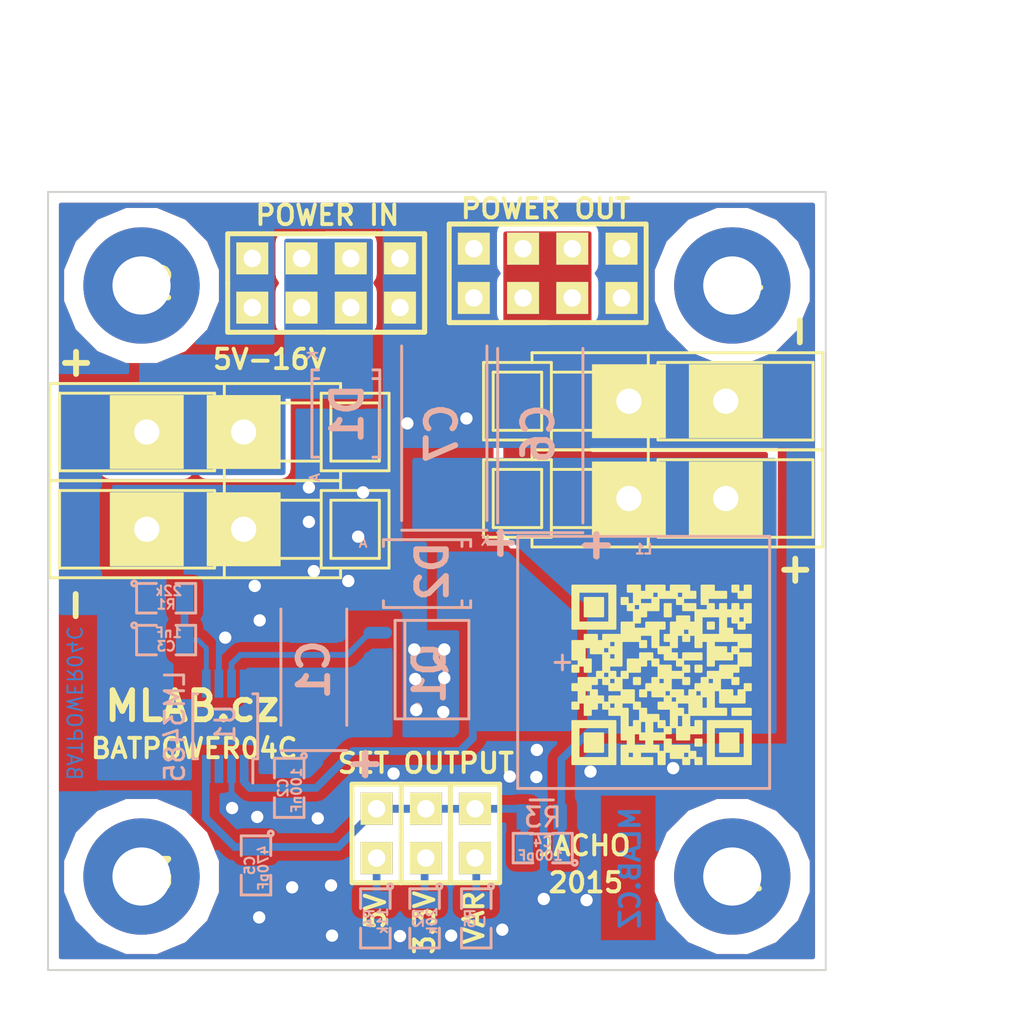
<source format=kicad_pcb>
(kicad_pcb (version 4) (host pcbnew "(2015-01-07 BZR 5359)-product")

  (general
    (links 47)
    (no_connects 0)
    (area 0.205999 -40.434001 40.434001 -0.205999)
    (thickness 1.6)
    (drawings 25)
    (tracks 185)
    (zones 0)
    (modules 31)
    (nets 7)
  )

  (page A4)
  (layers
    (0 F.Cu signal)
    (31 B.Cu signal)
    (32 B.Adhes user)
    (33 F.Adhes user)
    (34 B.Paste user)
    (35 F.Paste user)
    (36 B.SilkS user)
    (37 F.SilkS user)
    (38 B.Mask user)
    (39 F.Mask user)
    (40 Dwgs.User user)
    (41 Cmts.User user)
    (42 Eco1.User user)
    (43 Eco2.User user)
    (44 Edge.Cuts user)
    (45 Margin user)
    (46 B.CrtYd user)
    (47 F.CrtYd user)
    (48 B.Fab user)
    (49 F.Fab user)
  )

  (setup
    (last_trace_width 0.254)
    (user_trace_width 0.254)
    (user_trace_width 0.3)
    (user_trace_width 0.4)
    (user_trace_width 1)
    (trace_clearance 0.15)
    (zone_clearance 0.508)
    (zone_45_only no)
    (trace_min 0.254)
    (segment_width 0.2)
    (edge_width 0.1)
    (via_size 0.889)
    (via_drill 0.635)
    (via_min_size 0.889)
    (via_min_drill 0.508)
    (uvia_size 0.508)
    (uvia_drill 0.127)
    (uvias_allowed no)
    (uvia_min_size 0.508)
    (uvia_min_drill 0.127)
    (pcb_text_width 0.3)
    (pcb_text_size 1.5 1.5)
    (mod_edge_width 0.15)
    (mod_text_size 1 1)
    (mod_text_width 0.15)
    (pad_size 3.81 3.81)
    (pad_drill 1.3)
    (pad_to_mask_clearance 0)
    (aux_axis_origin 0 0)
    (visible_elements 7FFFFF7F)
    (pcbplotparams
      (layerselection 0x010e0_80000001)
      (usegerberextensions false)
      (excludeedgelayer true)
      (linewidth 0.100000)
      (plotframeref false)
      (viasonmask false)
      (mode 1)
      (useauxorigin false)
      (hpglpennumber 1)
      (hpglpenspeed 20)
      (hpglpendiameter 15)
      (hpglpenoverlay 2)
      (psnegative false)
      (psa4output false)
      (plotreference true)
      (plotvalue true)
      (plotinvisibletext false)
      (padsonsilk false)
      (subtractmaskfromsilk false)
      (outputformat 1)
      (mirror false)
      (drillshape 0)
      (scaleselection 1)
      (outputdirectory ../CAM_PROFI/))
  )

  (net 0 "")
  (net 1 GND)
  (net 2 /Vin)
  (net 3 /Vout)
  (net 4 /FB)
  (net 5 "Net-(D2-Pad2)")
  (net 6 "Net-(Q1-Pad4)")

  (net_class Default "Toto je výchozí třída sítě."
    (clearance 0.15)
    (trace_width 0.254)
    (via_dia 0.889)
    (via_drill 0.635)
    (uvia_dia 0.508)
    (uvia_drill 0.127)
    (add_net /FB)
    (add_net /Vin)
    (add_net /Vout)
    (add_net GND)
    (add_net "Net-(D2-Pad2)")
    (add_net "Net-(Q1-Pad4)")
  )

  (module Hrebinky:Pin_Header_Straight_2x04 placed (layer F.Cu) (tedit 5478C15F) (tstamp 5478521C)
    (at 14.605 -35.687)
    (descr "1 pin")
    (tags "CONN DEV")
    (path /5476F306)
    (fp_text reference J1 (at 5.0165 -11.7475) (layer F.SilkS) hide
      (effects (font (size 1.27 1.27) (thickness 0.2032)))
    )
    (fp_text value JUMP_4X2 (at 1.27 0) (layer F.SilkS) hide
      (effects (font (size 1.27 1.27) (thickness 0.2032)))
    )
    (fp_line (start 0 -2.54) (end 2.54 -2.54) (layer F.SilkS) (width 0.254))
    (fp_line (start 0 2.54) (end 2.54 2.54) (layer F.SilkS) (width 0.254))
    (fp_line (start 0 2.54) (end 2.54 2.54) (layer F.SilkS) (width 0.254))
    (fp_line (start 0 -2.54) (end 2.54 -2.54) (layer F.SilkS) (width 0.254))
    (fp_line (start 5.08 2.54) (end 5.08 -2.54) (layer F.SilkS) (width 0.254))
    (fp_line (start 2.54 -2.54) (end 5.08 -2.54) (layer F.SilkS) (width 0.254))
    (fp_line (start 2.54 2.54) (end 5.08 2.54) (layer F.SilkS) (width 0.254))
    (fp_line (start 2.54 2.54) (end 5.08 2.54) (layer F.SilkS) (width 0.254))
    (fp_line (start 2.54 -2.54) (end 5.08 -2.54) (layer F.SilkS) (width 0.254))
    (fp_line (start -5.08 2.54) (end 2.54 2.54) (layer F.SilkS) (width 0.254))
    (fp_line (start 5.08 2.54) (end 5.08 -2.54) (layer F.SilkS) (width 0.254))
    (fp_line (start 2.54 -2.54) (end -2.54 -2.54) (layer F.SilkS) (width 0.254))
    (fp_line (start -5.08 2.54) (end -5.08 0) (layer F.SilkS) (width 0.254))
    (fp_line (start -5.08 -2.54) (end -5.08 0) (layer F.SilkS) (width 0.254))
    (fp_line (start -2.54 -2.54) (end -5.08 -2.54) (layer F.SilkS) (width 0.254))
    (pad 3 thru_hole rect (at 1.27 1.27) (size 1.651 1.651) (drill 0.9) (layers *.Cu *.Mask F.SilkS)
      (net 2 /Vin))
    (pad 6 thru_hole rect (at 1.27 -1.27) (size 1.651 1.651) (drill 0.9) (layers *.Cu *.Mask F.SilkS)
      (net 2 /Vin))
    (pad 1 thru_hole rect (at -3.81 1.27) (size 1.651 1.651) (drill 0.9) (layers *.Cu *.Mask F.SilkS)
      (net 1 GND))
    (pad 2 thru_hole rect (at -1.27 1.27) (size 1.651 1.651) (drill 0.9) (layers *.Cu *.Mask F.SilkS)
      (net 2 /Vin))
    (pad 4 thru_hole rect (at 3.81 1.27) (size 1.651 1.651) (drill 0.9) (layers *.Cu *.Mask F.SilkS)
      (net 1 GND))
    (pad 5 thru_hole rect (at 3.81 -1.27) (size 1.651 1.651) (drill 0.9) (layers *.Cu *.Mask F.SilkS)
      (net 1 GND))
    (pad 7 thru_hole rect (at -1.27 -1.27) (size 1.651 1.651) (drill 0.9) (layers *.Cu *.Mask F.SilkS)
      (net 2 /Vin))
    (pad 8 thru_hole rect (at -3.81 -1.27) (size 1.651 1.651) (drill 0.9) (layers *.Cu *.Mask F.SilkS)
      (net 1 GND))
    (model Pin_Headers/Pin_Header_Straight_2x04.wrl
      (at (xyz 0 0 0))
      (scale (xyz 1 1 1))
      (rotate (xyz 0 0 0))
    )
  )

  (module Hrebinky:Pin_Header_Straight_1x02 (layer F.Cu) (tedit 5478C1A4) (tstamp 54785262)
    (at 22.1615 -7.3025 90)
    (descr "1 pin")
    (tags "CONN DEV")
    (path /54777542)
    (fp_text reference J4 (at -13.7795 1.016 90) (layer F.SilkS) hide
      (effects (font (size 1.27 1.27) (thickness 0.2032)))
    )
    (fp_text value JUMP2_2x1 (at 0 0 90) (layer F.SilkS) hide
      (effects (font (size 1.27 1.27) (thickness 0.2032)))
    )
    (fp_line (start -2.54 -1.143) (end 0 -1.143) (layer F.SilkS) (width 0.254))
    (fp_line (start 0 1.397) (end 2.54 1.397) (layer F.SilkS) (width 0.254))
    (fp_line (start 2.54 1.397) (end 2.54 -1.143) (layer F.SilkS) (width 0.254))
    (fp_line (start 0 -1.143) (end 2.54 -1.143) (layer F.SilkS) (width 0.254))
    (fp_line (start -2.54 -1.143) (end -2.54 1.397) (layer F.SilkS) (width 0.254))
    (fp_line (start -2.54 1.397) (end 0 1.397) (layer F.SilkS) (width 0.254))
    (pad 1 thru_hole rect (at -1.27 0.127 90) (size 1.651 1.651) (drill 0.9) (layers *.Cu *.Mask F.SilkS))
    (pad 2 thru_hole rect (at 1.27 0.127 90) (size 1.651 1.651) (drill 0.9) (layers *.Cu *.Mask F.SilkS)
      (net 4 /FB))
    (model Pin_Headers/Pin_Header_Straight_1x02.wrl
      (at (xyz 0 0 0))
      (scale (xyz 1 1 1))
      (rotate (xyz 0 0 0))
    )
  )

  (module Hrebinky:Pin_Header_Straight_1x02 (layer F.Cu) (tedit 5478C1A2) (tstamp 547854CC)
    (at 19.6215 -7.3025 90)
    (descr "1 pin")
    (tags "CONN DEV")
    (path /5477762B)
    (fp_text reference J5 (at -13.462 0.4445 90) (layer F.SilkS) hide
      (effects (font (size 1.27 1.27) (thickness 0.2032)))
    )
    (fp_text value JUMP2_2x1 (at 0 0 90) (layer F.SilkS) hide
      (effects (font (size 1.27 1.27) (thickness 0.2032)))
    )
    (fp_line (start -2.54 -1.143) (end 0 -1.143) (layer F.SilkS) (width 0.254))
    (fp_line (start 0 1.397) (end 2.54 1.397) (layer F.SilkS) (width 0.254))
    (fp_line (start 2.54 1.397) (end 2.54 -1.143) (layer F.SilkS) (width 0.254))
    (fp_line (start 0 -1.143) (end 2.54 -1.143) (layer F.SilkS) (width 0.254))
    (fp_line (start -2.54 -1.143) (end -2.54 1.397) (layer F.SilkS) (width 0.254))
    (fp_line (start -2.54 1.397) (end 0 1.397) (layer F.SilkS) (width 0.254))
    (pad 1 thru_hole rect (at -1.27 0.127 90) (size 1.651 1.651) (drill 0.9) (layers *.Cu *.Mask F.SilkS))
    (pad 2 thru_hole rect (at 1.27 0.127 90) (size 1.651 1.651) (drill 0.9) (layers *.Cu *.Mask F.SilkS)
      (net 4 /FB))
    (model Pin_Headers/Pin_Header_Straight_1x02.wrl
      (at (xyz 0 0 0))
      (scale (xyz 1 1 1))
      (rotate (xyz 0 0 0))
    )
  )

  (module Hrebinky:Pin_Header_Straight_1x02 (layer F.Cu) (tedit 5478C19F) (tstamp 5478527A)
    (at 17.0815 -7.3025 90)
    (descr "1 pin")
    (tags "CONN DEV")
    (path /5477765E)
    (fp_text reference J6 (at -13.462 0.1905 90) (layer F.SilkS) hide
      (effects (font (size 1.27 1.27) (thickness 0.2032)))
    )
    (fp_text value JUMP2_2x1 (at 0 0 90) (layer F.SilkS) hide
      (effects (font (size 1.27 1.27) (thickness 0.2032)))
    )
    (fp_line (start -2.54 -1.143) (end 0 -1.143) (layer F.SilkS) (width 0.254))
    (fp_line (start 0 1.397) (end 2.54 1.397) (layer F.SilkS) (width 0.254))
    (fp_line (start 2.54 1.397) (end 2.54 -1.143) (layer F.SilkS) (width 0.254))
    (fp_line (start 0 -1.143) (end 2.54 -1.143) (layer F.SilkS) (width 0.254))
    (fp_line (start -2.54 -1.143) (end -2.54 1.397) (layer F.SilkS) (width 0.254))
    (fp_line (start -2.54 1.397) (end 0 1.397) (layer F.SilkS) (width 0.254))
    (pad 1 thru_hole rect (at -1.27 0.127 90) (size 1.651 1.651) (drill 0.9) (layers *.Cu *.Mask F.SilkS))
    (pad 2 thru_hole rect (at 1.27 0.127 90) (size 1.651 1.651) (drill 0.9) (layers *.Cu *.Mask F.SilkS)
      (net 4 /FB))
    (model Pin_Headers/Pin_Header_Straight_1x02.wrl
      (at (xyz 0 0 0))
      (scale (xyz 1 1 1))
      (rotate (xyz 0 0 0))
    )
  )

  (module Hrebinky:Pin_Header_Straight_2x04 placed (layer F.Cu) (tedit 5478C16E) (tstamp 550080FB)
    (at 26.035 -36.187 180)
    (descr "1 pin")
    (tags "CONN DEV")
    (path /54770CCE)
    (fp_text reference J9 (at -0.8255 9.652 180) (layer F.SilkS) hide
      (effects (font (size 1.27 1.27) (thickness 0.2032)))
    )
    (fp_text value JUMP_4X2 (at 1.27 0 180) (layer F.SilkS) hide
      (effects (font (size 1.27 1.27) (thickness 0.2032)))
    )
    (fp_line (start 0 -2.54) (end 2.54 -2.54) (layer F.SilkS) (width 0.254))
    (fp_line (start 0 2.54) (end 2.54 2.54) (layer F.SilkS) (width 0.254))
    (fp_line (start 0 2.54) (end 2.54 2.54) (layer F.SilkS) (width 0.254))
    (fp_line (start 0 -2.54) (end 2.54 -2.54) (layer F.SilkS) (width 0.254))
    (fp_line (start 5.08 2.54) (end 5.08 -2.54) (layer F.SilkS) (width 0.254))
    (fp_line (start 2.54 -2.54) (end 5.08 -2.54) (layer F.SilkS) (width 0.254))
    (fp_line (start 2.54 2.54) (end 5.08 2.54) (layer F.SilkS) (width 0.254))
    (fp_line (start 2.54 2.54) (end 5.08 2.54) (layer F.SilkS) (width 0.254))
    (fp_line (start 2.54 -2.54) (end 5.08 -2.54) (layer F.SilkS) (width 0.254))
    (fp_line (start -5.08 2.54) (end 2.54 2.54) (layer F.SilkS) (width 0.254))
    (fp_line (start 5.08 2.54) (end 5.08 -2.54) (layer F.SilkS) (width 0.254))
    (fp_line (start 2.54 -2.54) (end -2.54 -2.54) (layer F.SilkS) (width 0.254))
    (fp_line (start -5.08 2.54) (end -5.08 0) (layer F.SilkS) (width 0.254))
    (fp_line (start -5.08 -2.54) (end -5.08 0) (layer F.SilkS) (width 0.254))
    (fp_line (start -2.54 -2.54) (end -5.08 -2.54) (layer F.SilkS) (width 0.254))
    (pad 3 thru_hole rect (at 1.27 1.27 180) (size 1.651 1.651) (drill 0.9) (layers *.Cu *.Mask F.SilkS)
      (net 3 /Vout))
    (pad 6 thru_hole rect (at 1.27 -1.27 180) (size 1.651 1.651) (drill 0.9) (layers *.Cu *.Mask F.SilkS)
      (net 3 /Vout))
    (pad 1 thru_hole rect (at -3.81 1.27 180) (size 1.651 1.651) (drill 0.9) (layers *.Cu *.Mask F.SilkS)
      (net 1 GND))
    (pad 2 thru_hole rect (at -1.27 1.27 180) (size 1.651 1.651) (drill 0.9) (layers *.Cu *.Mask F.SilkS)
      (net 3 /Vout))
    (pad 4 thru_hole rect (at 3.81 1.27 180) (size 1.651 1.651) (drill 0.9) (layers *.Cu *.Mask F.SilkS)
      (net 1 GND))
    (pad 5 thru_hole rect (at 3.81 -1.27 180) (size 1.651 1.651) (drill 0.9) (layers *.Cu *.Mask F.SilkS)
      (net 1 GND))
    (pad 7 thru_hole rect (at -1.27 -1.27 180) (size 1.651 1.651) (drill 0.9) (layers *.Cu *.Mask F.SilkS)
      (net 3 /Vout))
    (pad 8 thru_hole rect (at -3.81 -1.27 180) (size 1.651 1.651) (drill 0.9) (layers *.Cu *.Mask F.SilkS)
      (net 1 GND))
    (model Pin_Headers/Pin_Header_Straight_2x04.wrl
      (at (xyz 0 0 0))
      (scale (xyz 1 1 1))
      (rotate (xyz 0 0 0))
    )
  )

  (module Dira:MountingHole_3mm placed (layer F.Cu) (tedit 54345FDC) (tstamp 5478668B)
    (at 35.56 -5.08)
    (descr "Mounting hole, Befestigungsbohrung, 3mm, No Annular, Kein Restring,")
    (tags "Mounting hole, Befestigungsbohrung, 3mm, No Annular, Kein Restring,")
    (path /54779F4D)
    (fp_text reference P1 (at 0.1778 -0.0762) (layer F.SilkS)
      (effects (font (thickness 0.3048)))
    )
    (fp_text value _ (at 1.00076 5.00126) (layer F.SilkS) hide
      (effects (font (thickness 0.3048)))
    )
    (fp_circle (center 0 0) (end 2.99974 0) (layer Cmts.User) (width 0.381))
    (pad 1 thru_hole circle (at 0 0) (size 6 6) (drill 3) (layers *.Cu *.Adhes *.Mask)
      (clearance 1) (zone_connect 2))
  )

  (module Dira:MountingHole_3mm placed (layer F.Cu) (tedit 54345FDC) (tstamp 547852F0)
    (at 5.08 -35.56)
    (descr "Mounting hole, Befestigungsbohrung, 3mm, No Annular, Kein Restring,")
    (tags "Mounting hole, Befestigungsbohrung, 3mm, No Annular, Kein Restring,")
    (path /5477A27E)
    (fp_text reference P2 (at 0.1778 -0.0762) (layer F.SilkS)
      (effects (font (thickness 0.3048)))
    )
    (fp_text value _ (at 1.00076 5.00126) (layer F.SilkS) hide
      (effects (font (thickness 0.3048)))
    )
    (fp_circle (center 0 0) (end 2.99974 0) (layer Cmts.User) (width 0.381))
    (pad 1 thru_hole circle (at 0 0) (size 6 6) (drill 3) (layers *.Cu *.Adhes *.Mask)
      (clearance 1) (zone_connect 2))
  )

  (module Dira:MountingHole_3mm placed (layer F.Cu) (tedit 54345FDC) (tstamp 547852F6)
    (at 5.08 -5.08)
    (descr "Mounting hole, Befestigungsbohrung, 3mm, No Annular, Kein Restring,")
    (tags "Mounting hole, Befestigungsbohrung, 3mm, No Annular, Kein Restring,")
    (path /5477A2B0)
    (fp_text reference P3 (at 0.1778 -0.0762) (layer F.SilkS)
      (effects (font (thickness 0.3048)))
    )
    (fp_text value _ (at 1.00076 5.00126) (layer F.SilkS) hide
      (effects (font (thickness 0.3048)))
    )
    (fp_circle (center 0 0) (end 2.99974 0) (layer Cmts.User) (width 0.381))
    (pad 1 thru_hole circle (at 0 0) (size 6 6) (drill 3) (layers *.Cu *.Adhes *.Mask)
      (clearance 1) (zone_connect 2))
  )

  (module Dira:MountingHole_3mm placed (layer F.Cu) (tedit 54345FDC) (tstamp 547852FC)
    (at 35.56 -35.56)
    (descr "Mounting hole, Befestigungsbohrung, 3mm, No Annular, Kein Restring,")
    (tags "Mounting hole, Befestigungsbohrung, 3mm, No Annular, Kein Restring,")
    (path /5477A2F5)
    (fp_text reference P4 (at 0.1778 -0.0762) (layer F.SilkS)
      (effects (font (thickness 0.3048)))
    )
    (fp_text value _ (at 1.00076 5.00126) (layer F.SilkS) hide
      (effects (font (thickness 0.3048)))
    )
    (fp_circle (center 0 0) (end 2.99974 0) (layer Cmts.User) (width 0.381))
    (pad 1 thru_hole circle (at 0 0) (size 6 6) (drill 3) (layers *.Cu *.Adhes *.Mask)
      (clearance 1) (zone_connect 2))
  )

  (module MLAB_L:DE1205-10 (layer B.Cu) (tedit 54785DDA) (tstamp 55007FF1)
    (at 30.988 -16.121 180)
    (descr "SMT capacitor, aluminium electrolytic, 10x10.5")
    (path /547704A3)
    (fp_text reference L1 (at 0 5.842 180) (layer B.SilkS)
      (effects (font (size 0.50038 0.50038) (thickness 0.11938)) (justify mirror))
    )
    (fp_text value "22uH DE1207-22" (at 0 -5.842 180) (layer B.SilkS) hide
      (effects (font (size 0.50038 0.50038) (thickness 0.11938)) (justify mirror))
    )
    (fp_line (start -6.5 6.5) (end -6.5 -6.5) (layer B.SilkS) (width 0.15))
    (fp_line (start -6.5 -6.5) (end 6.5 -6.5) (layer B.SilkS) (width 0.15))
    (fp_line (start 6.5 -6.5) (end 6.5 6.5) (layer B.SilkS) (width 0.15))
    (fp_line (start 6.5 6.5) (end -6.5 6.5) (layer B.SilkS) (width 0.15))
    (fp_line (start 4.572 0) (end 3.81 0) (layer B.SilkS) (width 0.15))
    (fp_line (start 4.191 0.381) (end 4.191 -0.381) (layer B.SilkS) (width 0.15))
    (pad 1 smd rect (at 5 0 180) (size 3 5.5) (layers B.Cu B.Paste B.Mask)
      (net 5 "Net-(D2-Pad2)"))
    (pad 2 smd rect (at -5 0 180) (size 3 5.5) (layers B.Cu B.Paste B.Mask)
      (net 3 /Vout))
    (model Capacitors_SMD/c_elec_10x10_5.wrl
      (at (xyz 0 0 0))
      (scale (xyz 1 1 1))
      (rotate (xyz 0 0 0))
    )
  )

  (module MLAB_CON:WAGO256 (layer F.Cu) (tedit 5478C184) (tstamp 5478BA19)
    (at 32.766 -29.591 180)
    (descr "WAGO-Series 236, 2Stift, 1pol, RM 5mm,")
    (tags "WAGO-Series 236, 2Stift, 1pol, RM 5mm, Anreibare Leiterplattenklemme")
    (path /5476F449)
    (fp_text reference J3 (at -17.4625 -9.906 180) (layer F.SilkS) hide
      (effects (font (thickness 0.3048)))
    )
    (fp_text value CONN1_1 (at -3.1115 18.0975 180) (layer F.SilkS) hide
      (effects (font (thickness 0.3048)))
    )
    (fp_line (start 7.54 2.5) (end 7.54 2) (layer F.SilkS) (width 0.15))
    (fp_line (start 7.54 -2) (end 7.54 -2.5) (layer F.SilkS) (width 0.15))
    (fp_line (start 1.54 2.5001) (end 1.54 -2.5001) (layer F.SilkS) (width 0.15))
    (fp_line (start -7.46 2.5001) (end -7.46 -2.5001) (layer F.SilkS) (width 0.15))
    (fp_line (start 9.54 1.501) (end 9.54 -1.501) (layer F.SilkS) (width 0.15))
    (fp_line (start 7.0401 1.501) (end 7.0401 -1.501) (layer F.SilkS) (width 0.15))
    (fp_line (start 10.0401 -2) (end 10.0401 2) (layer F.SilkS) (width 0.15))
    (fp_line (start 6.54 -2) (end 6.54 2) (layer F.SilkS) (width 0.15))
    (fp_line (start 3.54 1.5001) (end 3.54 -1.5001) (layer F.SilkS) (width 0.15))
    (fp_line (start 1.0399 -2) (end 1.0399 2) (layer F.SilkS) (width 0.15))
    (fp_line (start -6.9601 2) (end -6.9601 -2) (layer F.SilkS) (width 0.15))
    (fp_line (start 1.0399 1) (end 1.54 1) (layer F.SilkS) (width 0.15))
    (fp_line (start 7.0401 1.5) (end 9.54 1.5) (layer F.SilkS) (width 0.15))
    (fp_line (start 6.54 2) (end 10.0401 2) (layer F.SilkS) (width 0.15))
    (fp_line (start 1.0399 -1) (end 1.54 -1) (layer F.SilkS) (width 0.15))
    (fp_line (start 7.0401 -1.5) (end 9.54 -1.5) (layer F.SilkS) (width 0.15))
    (fp_line (start 6.54 -2) (end 10.041 -2) (layer F.SilkS) (width 0.15))
    (fp_line (start 3.54 1.5) (end 6.54 1.5) (layer F.SilkS) (width 0.15))
    (fp_line (start -6.9601 2) (end 1.0399 2) (layer F.SilkS) (width 0.15))
    (fp_line (start 1.54 2.5) (end 7.54 2.5) (layer F.SilkS) (width 0.15))
    (fp_line (start 3.54 -1.5) (end 6.54 -1.5) (layer F.SilkS) (width 0.15))
    (fp_line (start -6.9601 -2) (end 1.0399 -2) (layer F.SilkS) (width 0.15))
    (fp_line (start 1.54 -2.5) (end 7.54 -2.5) (layer F.SilkS) (width 0.15))
    (fp_line (start 1.54 2.5) (end -7.46 2.5) (layer F.SilkS) (width 0.15))
    (fp_line (start -7.46 -2.5) (end 1.54 -2.5) (layer F.SilkS) (width 0.15))
    (pad 1 thru_hole rect (at -2.46 0 270) (size 3.81 3.81) (drill 1.3) (layers *.Cu *.Mask F.SilkS)
      (net 1 GND))
    (pad 1 thru_hole rect (at 2.54 0 270) (size 3.81 3.81) (drill 1.3) (layers *.Cu *.Mask F.SilkS)
      (net 1 GND))
  )

  (module MLAB_CON:WAGO256 (layer F.Cu) (tedit 5478C187) (tstamp 5478BA38)
    (at 32.766 -24.5745 180)
    (descr "WAGO-Series 236, 2Stift, 1pol, RM 5mm,")
    (tags "WAGO-Series 236, 2Stift, 1pol, RM 5mm, Anreibare Leiterplattenklemme")
    (path /547710E9)
    (fp_text reference J7 (at -18.7325 -8.3185 180) (layer F.SilkS) hide
      (effects (font (thickness 0.3048)))
    )
    (fp_text value Vout+ (at -15.875 24.511 180) (layer F.SilkS) hide
      (effects (font (thickness 0.3048)))
    )
    (fp_line (start 7.54 2.5) (end 7.54 2) (layer F.SilkS) (width 0.15))
    (fp_line (start 7.54 -2) (end 7.54 -2.5) (layer F.SilkS) (width 0.15))
    (fp_line (start 1.54 2.5001) (end 1.54 -2.5001) (layer F.SilkS) (width 0.15))
    (fp_line (start -7.46 2.5001) (end -7.46 -2.5001) (layer F.SilkS) (width 0.15))
    (fp_line (start 9.54 1.501) (end 9.54 -1.501) (layer F.SilkS) (width 0.15))
    (fp_line (start 7.0401 1.501) (end 7.0401 -1.501) (layer F.SilkS) (width 0.15))
    (fp_line (start 10.0401 -2) (end 10.0401 2) (layer F.SilkS) (width 0.15))
    (fp_line (start 6.54 -2) (end 6.54 2) (layer F.SilkS) (width 0.15))
    (fp_line (start 3.54 1.5001) (end 3.54 -1.5001) (layer F.SilkS) (width 0.15))
    (fp_line (start 1.0399 -2) (end 1.0399 2) (layer F.SilkS) (width 0.15))
    (fp_line (start -6.9601 2) (end -6.9601 -2) (layer F.SilkS) (width 0.15))
    (fp_line (start 1.0399 1) (end 1.54 1) (layer F.SilkS) (width 0.15))
    (fp_line (start 7.0401 1.5) (end 9.54 1.5) (layer F.SilkS) (width 0.15))
    (fp_line (start 6.54 2) (end 10.0401 2) (layer F.SilkS) (width 0.15))
    (fp_line (start 1.0399 -1) (end 1.54 -1) (layer F.SilkS) (width 0.15))
    (fp_line (start 7.0401 -1.5) (end 9.54 -1.5) (layer F.SilkS) (width 0.15))
    (fp_line (start 6.54 -2) (end 10.041 -2) (layer F.SilkS) (width 0.15))
    (fp_line (start 3.54 1.5) (end 6.54 1.5) (layer F.SilkS) (width 0.15))
    (fp_line (start -6.9601 2) (end 1.0399 2) (layer F.SilkS) (width 0.15))
    (fp_line (start 1.54 2.5) (end 7.54 2.5) (layer F.SilkS) (width 0.15))
    (fp_line (start 3.54 -1.5) (end 6.54 -1.5) (layer F.SilkS) (width 0.15))
    (fp_line (start -6.9601 -2) (end 1.0399 -2) (layer F.SilkS) (width 0.15))
    (fp_line (start 1.54 -2.5) (end 7.54 -2.5) (layer F.SilkS) (width 0.15))
    (fp_line (start 1.54 2.5) (end -7.46 2.5) (layer F.SilkS) (width 0.15))
    (fp_line (start -7.46 -2.5) (end 1.54 -2.5) (layer F.SilkS) (width 0.15))
    (pad 1 thru_hole rect (at -2.46 0 270) (size 3.81 3.81) (drill 1.3) (layers *.Cu *.Mask F.SilkS)
      (net 3 /Vout))
    (pad 1 thru_hole rect (at 2.54 0 270) (size 3.81 3.81) (drill 1.3) (layers *.Cu *.Mask F.SilkS)
      (net 3 /Vout))
  )

  (module MLAB_CON:WAGO256 (layer F.Cu) (tedit 5478C155) (tstamp 55008073)
    (at 7.8105 -28.0035)
    (descr "WAGO-Series 236, 2Stift, 1pol, RM 5mm,")
    (tags "WAGO-Series 236, 2Stift, 1pol, RM 5mm, Anreibare Leiterplattenklemme")
    (path /5476F3AB)
    (fp_text reference J2 (at -12.827 -3.556) (layer F.SilkS) hide
      (effects (font (thickness 0.3048)))
    )
    (fp_text value CONN1_1 (at -24.9555 -1.016) (layer F.SilkS) hide
      (effects (font (thickness 0.3048)))
    )
    (fp_line (start 7.54 2.5) (end 7.54 2) (layer F.SilkS) (width 0.15))
    (fp_line (start 7.54 -2) (end 7.54 -2.5) (layer F.SilkS) (width 0.15))
    (fp_line (start 1.54 2.5001) (end 1.54 -2.5001) (layer F.SilkS) (width 0.15))
    (fp_line (start -7.46 2.5001) (end -7.46 -2.5001) (layer F.SilkS) (width 0.15))
    (fp_line (start 9.54 1.501) (end 9.54 -1.501) (layer F.SilkS) (width 0.15))
    (fp_line (start 7.0401 1.501) (end 7.0401 -1.501) (layer F.SilkS) (width 0.15))
    (fp_line (start 10.0401 -2) (end 10.0401 2) (layer F.SilkS) (width 0.15))
    (fp_line (start 6.54 -2) (end 6.54 2) (layer F.SilkS) (width 0.15))
    (fp_line (start 3.54 1.5001) (end 3.54 -1.5001) (layer F.SilkS) (width 0.15))
    (fp_line (start 1.0399 -2) (end 1.0399 2) (layer F.SilkS) (width 0.15))
    (fp_line (start -6.9601 2) (end -6.9601 -2) (layer F.SilkS) (width 0.15))
    (fp_line (start 1.0399 1) (end 1.54 1) (layer F.SilkS) (width 0.15))
    (fp_line (start 7.0401 1.5) (end 9.54 1.5) (layer F.SilkS) (width 0.15))
    (fp_line (start 6.54 2) (end 10.0401 2) (layer F.SilkS) (width 0.15))
    (fp_line (start 1.0399 -1) (end 1.54 -1) (layer F.SilkS) (width 0.15))
    (fp_line (start 7.0401 -1.5) (end 9.54 -1.5) (layer F.SilkS) (width 0.15))
    (fp_line (start 6.54 -2) (end 10.041 -2) (layer F.SilkS) (width 0.15))
    (fp_line (start 3.54 1.5) (end 6.54 1.5) (layer F.SilkS) (width 0.15))
    (fp_line (start -6.9601 2) (end 1.0399 2) (layer F.SilkS) (width 0.15))
    (fp_line (start 1.54 2.5) (end 7.54 2.5) (layer F.SilkS) (width 0.15))
    (fp_line (start 3.54 -1.5) (end 6.54 -1.5) (layer F.SilkS) (width 0.15))
    (fp_line (start -6.9601 -2) (end 1.0399 -2) (layer F.SilkS) (width 0.15))
    (fp_line (start 1.54 -2.5) (end 7.54 -2.5) (layer F.SilkS) (width 0.15))
    (fp_line (start 1.54 2.5) (end -7.46 2.5) (layer F.SilkS) (width 0.15))
    (fp_line (start -7.46 -2.5) (end 1.54 -2.5) (layer F.SilkS) (width 0.15))
    (pad 1 thru_hole rect (at -2.46 0 90) (size 3.81 3.81) (drill 1.3) (layers *.Cu *.Mask F.SilkS)
      (net 2 /Vin))
    (pad 1 thru_hole rect (at 2.54 0 90) (size 3.81 3.81) (drill 1.3) (layers *.Cu *.Mask F.SilkS)
      (net 2 /Vin))
  )

  (module MLAB_CON:WAGO256 (layer F.Cu) (tedit 5478C158) (tstamp 5478BDE6)
    (at 7.8105 -22.987)
    (descr "WAGO-Series 236, 2Stift, 1pol, RM 5mm,")
    (tags "WAGO-Series 236, 2Stift, 1pol, RM 5mm, Anreibare Leiterplattenklemme")
    (path /54770EF4)
    (fp_text reference J8 (at -17.653 -5.6515) (layer F.SilkS) hide
      (effects (font (thickness 0.3048)))
    )
    (fp_text value Vout- (at -24.1935 -2.667) (layer F.SilkS) hide
      (effects (font (thickness 0.3048)))
    )
    (fp_line (start 7.54 2.5) (end 7.54 2) (layer F.SilkS) (width 0.15))
    (fp_line (start 7.54 -2) (end 7.54 -2.5) (layer F.SilkS) (width 0.15))
    (fp_line (start 1.54 2.5001) (end 1.54 -2.5001) (layer F.SilkS) (width 0.15))
    (fp_line (start -7.46 2.5001) (end -7.46 -2.5001) (layer F.SilkS) (width 0.15))
    (fp_line (start 9.54 1.501) (end 9.54 -1.501) (layer F.SilkS) (width 0.15))
    (fp_line (start 7.0401 1.501) (end 7.0401 -1.501) (layer F.SilkS) (width 0.15))
    (fp_line (start 10.0401 -2) (end 10.0401 2) (layer F.SilkS) (width 0.15))
    (fp_line (start 6.54 -2) (end 6.54 2) (layer F.SilkS) (width 0.15))
    (fp_line (start 3.54 1.5001) (end 3.54 -1.5001) (layer F.SilkS) (width 0.15))
    (fp_line (start 1.0399 -2) (end 1.0399 2) (layer F.SilkS) (width 0.15))
    (fp_line (start -6.9601 2) (end -6.9601 -2) (layer F.SilkS) (width 0.15))
    (fp_line (start 1.0399 1) (end 1.54 1) (layer F.SilkS) (width 0.15))
    (fp_line (start 7.0401 1.5) (end 9.54 1.5) (layer F.SilkS) (width 0.15))
    (fp_line (start 6.54 2) (end 10.0401 2) (layer F.SilkS) (width 0.15))
    (fp_line (start 1.0399 -1) (end 1.54 -1) (layer F.SilkS) (width 0.15))
    (fp_line (start 7.0401 -1.5) (end 9.54 -1.5) (layer F.SilkS) (width 0.15))
    (fp_line (start 6.54 -2) (end 10.041 -2) (layer F.SilkS) (width 0.15))
    (fp_line (start 3.54 1.5) (end 6.54 1.5) (layer F.SilkS) (width 0.15))
    (fp_line (start -6.9601 2) (end 1.0399 2) (layer F.SilkS) (width 0.15))
    (fp_line (start 1.54 2.5) (end 7.54 2.5) (layer F.SilkS) (width 0.15))
    (fp_line (start 3.54 -1.5) (end 6.54 -1.5) (layer F.SilkS) (width 0.15))
    (fp_line (start -6.9601 -2) (end 1.0399 -2) (layer F.SilkS) (width 0.15))
    (fp_line (start 1.54 -2.5) (end 7.54 -2.5) (layer F.SilkS) (width 0.15))
    (fp_line (start 1.54 2.5) (end -7.46 2.5) (layer F.SilkS) (width 0.15))
    (fp_line (start -7.46 -2.5) (end 1.54 -2.5) (layer F.SilkS) (width 0.15))
    (pad 1 thru_hole rect (at -2.46 0 90) (size 3.81 3.81) (drill 1.3) (layers *.Cu *.Mask F.SilkS)
      (net 1 GND))
    (pad 1 thru_hole rect (at 2.54 0 90) (size 3.81 3.81) (drill 1.3) (layers *.Cu *.Mask F.SilkS)
      (net 1 GND))
  )

  (module MLAB_C:TantalC_SizeC_Reflow (layer B.Cu) (tedit 550A6CC3) (tstamp 547A20A9)
    (at 13.97 -15.875 90)
    (descr "Tantal Cap. , Size C, EIA-6032, Reflow,")
    (tags "Tantal Cap. , Size C, EIA-6032, Reflow,")
    (path /5476F528)
    (attr smd)
    (fp_text reference C1 (at -0.127 0 90) (layer B.SilkS)
      (effects (font (thickness 0.3048)) (justify mirror))
    )
    (fp_text value 47uF (at -0.09906 -3.59918 90) (layer B.SilkS) hide
      (effects (font (thickness 0.3048)) (justify mirror))
    )
    (fp_line (start -4.30022 1.69926) (end -4.30022 -1.69926) (layer B.SilkS) (width 0.15))
    (fp_line (start 2.99974 -1.69926) (end -2.99974 -1.69926) (layer B.SilkS) (width 0.15))
    (fp_line (start 2.99974 1.69926) (end -2.99974 1.69926) (layer B.SilkS) (width 0.15))
    (fp_text user + (at -4.99872 2.55016 90) (layer B.SilkS)
      (effects (font (thickness 0.3048)) (justify mirror))
    )
    (fp_line (start -5.00126 3.05308) (end -5.00126 1.95326) (layer B.SilkS) (width 0.15))
    (fp_line (start -5.6007 2.5527) (end -4.40182 2.5527) (layer B.SilkS) (width 0.15))
    (pad 2 smd rect (at 2.52476 0 90) (size 2.55016 2.49936) (layers B.Cu B.Paste B.Mask)
      (net 1 GND))
    (pad 1 smd rect (at -2.52476 0 90) (size 2.55016 2.49936) (layers B.Cu B.Paste B.Mask)
      (net 2 /Vin))
    (model MLAB_3D/Capacitors/c_tant_C.wrl
      (at (xyz 0 0 0))
      (scale (xyz 1 1 1))
      (rotate (xyz 0 0 180))
    )
  )

  (module MLAB_R:SMD-0805 (layer B.Cu) (tedit 54799E0C) (tstamp 547A2205)
    (at 12.7 -9.652 270)
    (path /5477060F)
    (attr smd)
    (fp_text reference C2 (at 0 0.3175 270) (layer B.SilkS)
      (effects (font (size 0.50038 0.50038) (thickness 0.10922)) (justify mirror))
    )
    (fp_text value 100nF (at 0.127 -0.381 270) (layer B.SilkS)
      (effects (font (size 0.50038 0.50038) (thickness 0.10922)) (justify mirror))
    )
    (fp_circle (center -1.651 -0.762) (end -1.651 -0.635) (layer B.SilkS) (width 0.15))
    (fp_line (start -0.508 -0.762) (end -1.524 -0.762) (layer B.SilkS) (width 0.15))
    (fp_line (start -1.524 -0.762) (end -1.524 0.762) (layer B.SilkS) (width 0.15))
    (fp_line (start -1.524 0.762) (end -0.508 0.762) (layer B.SilkS) (width 0.15))
    (fp_line (start 0.508 0.762) (end 1.524 0.762) (layer B.SilkS) (width 0.15))
    (fp_line (start 1.524 0.762) (end 1.524 -0.762) (layer B.SilkS) (width 0.15))
    (fp_line (start 1.524 -0.762) (end 0.508 -0.762) (layer B.SilkS) (width 0.15))
    (pad 1 smd rect (at -0.9525 0 270) (size 0.889 1.397) (layers B.Cu B.Paste B.Mask))
    (pad 2 smd rect (at 0.9525 0 270) (size 0.889 1.397) (layers B.Cu B.Paste B.Mask))
    (model MLAB_3D/Resistors/chip_cms.wrl
      (at (xyz 0 0 0))
      (scale (xyz 0.1 0.1 0.1))
      (rotate (xyz 0 0 0))
    )
  )

  (module MLAB_R:SMD-0805 (layer B.Cu) (tedit 54799E0C) (tstamp 547A20B3)
    (at 6.35 -17.272)
    (path /5476F755)
    (attr smd)
    (fp_text reference C3 (at 0 0.3175) (layer B.SilkS)
      (effects (font (size 0.50038 0.50038) (thickness 0.10922)) (justify mirror))
    )
    (fp_text value 1nF (at 0.127 -0.381) (layer B.SilkS)
      (effects (font (size 0.50038 0.50038) (thickness 0.10922)) (justify mirror))
    )
    (fp_circle (center -1.651 -0.762) (end -1.651 -0.635) (layer B.SilkS) (width 0.15))
    (fp_line (start -0.508 -0.762) (end -1.524 -0.762) (layer B.SilkS) (width 0.15))
    (fp_line (start -1.524 -0.762) (end -1.524 0.762) (layer B.SilkS) (width 0.15))
    (fp_line (start -1.524 0.762) (end -0.508 0.762) (layer B.SilkS) (width 0.15))
    (fp_line (start 0.508 0.762) (end 1.524 0.762) (layer B.SilkS) (width 0.15))
    (fp_line (start 1.524 0.762) (end 1.524 -0.762) (layer B.SilkS) (width 0.15))
    (fp_line (start 1.524 -0.762) (end 0.508 -0.762) (layer B.SilkS) (width 0.15))
    (pad 1 smd rect (at -0.9525 0) (size 0.889 1.397) (layers B.Cu B.Paste B.Mask))
    (pad 2 smd rect (at 0.9525 0) (size 0.889 1.397) (layers B.Cu B.Paste B.Mask))
    (model MLAB_3D/Resistors/chip_cms.wrl
      (at (xyz 0 0 0))
      (scale (xyz 0.1 0.1 0.1))
      (rotate (xyz 0 0 0))
    )
  )

  (module MLAB_R:SMD-0805 (layer B.Cu) (tedit 54799E0C) (tstamp 550083BF)
    (at 25.781 -6.5452 180)
    (path /5477033B)
    (attr smd)
    (fp_text reference C4 (at 0 0.3175 180) (layer B.SilkS)
      (effects (font (size 0.50038 0.50038) (thickness 0.10922)) (justify mirror))
    )
    (fp_text value 100pF (at 0.127 -0.381 180) (layer B.SilkS)
      (effects (font (size 0.50038 0.50038) (thickness 0.10922)) (justify mirror))
    )
    (fp_circle (center -1.651 -0.762) (end -1.651 -0.635) (layer B.SilkS) (width 0.15))
    (fp_line (start -0.508 -0.762) (end -1.524 -0.762) (layer B.SilkS) (width 0.15))
    (fp_line (start -1.524 -0.762) (end -1.524 0.762) (layer B.SilkS) (width 0.15))
    (fp_line (start -1.524 0.762) (end -0.508 0.762) (layer B.SilkS) (width 0.15))
    (fp_line (start 0.508 0.762) (end 1.524 0.762) (layer B.SilkS) (width 0.15))
    (fp_line (start 1.524 0.762) (end 1.524 -0.762) (layer B.SilkS) (width 0.15))
    (fp_line (start 1.524 -0.762) (end 0.508 -0.762) (layer B.SilkS) (width 0.15))
    (pad 1 smd rect (at -0.9525 0 180) (size 0.889 1.397) (layers B.Cu B.Paste B.Mask))
    (pad 2 smd rect (at 0.9525 0 180) (size 0.889 1.397) (layers B.Cu B.Paste B.Mask))
    (model MLAB_3D/Resistors/chip_cms.wrl
      (at (xyz 0 0 0))
      (scale (xyz 0.1 0.1 0.1))
      (rotate (xyz 0 0 0))
    )
  )

  (module MLAB_R:SMD-0805 (layer B.Cu) (tedit 54799E0C) (tstamp 547A20BD)
    (at 10.9855 -5.6515 270)
    (path /5477069D)
    (attr smd)
    (fp_text reference C5 (at 0 0.3175 270) (layer B.SilkS)
      (effects (font (size 0.50038 0.50038) (thickness 0.10922)) (justify mirror))
    )
    (fp_text value 470pF (at 0.127 -0.381 270) (layer B.SilkS)
      (effects (font (size 0.50038 0.50038) (thickness 0.10922)) (justify mirror))
    )
    (fp_circle (center -1.651 -0.762) (end -1.651 -0.635) (layer B.SilkS) (width 0.15))
    (fp_line (start -0.508 -0.762) (end -1.524 -0.762) (layer B.SilkS) (width 0.15))
    (fp_line (start -1.524 -0.762) (end -1.524 0.762) (layer B.SilkS) (width 0.15))
    (fp_line (start -1.524 0.762) (end -0.508 0.762) (layer B.SilkS) (width 0.15))
    (fp_line (start 0.508 0.762) (end 1.524 0.762) (layer B.SilkS) (width 0.15))
    (fp_line (start 1.524 0.762) (end 1.524 -0.762) (layer B.SilkS) (width 0.15))
    (fp_line (start 1.524 -0.762) (end 0.508 -0.762) (layer B.SilkS) (width 0.15))
    (pad 1 smd rect (at -0.9525 0 270) (size 0.889 1.397) (layers B.Cu B.Paste B.Mask))
    (pad 2 smd rect (at 0.9525 0 270) (size 0.889 1.397) (layers B.Cu B.Paste B.Mask))
    (model MLAB_3D/Resistors/chip_cms.wrl
      (at (xyz 0 0 0))
      (scale (xyz 0.1 0.1 0.1))
      (rotate (xyz 0 0 0))
    )
  )

  (module MLAB_C:TantalC_SizeD_Reflow (layer B.Cu) (tedit 54799D12) (tstamp 547A20C2)
    (at 25.654 -27.813 90)
    (descr "Tantal Cap. , Size D, EIA-7343, Reflow,")
    (tags "Tantal Cap. , Size D, EIA-7343, Reflow,")
    (path /547707A4)
    (attr smd)
    (fp_text reference C6 (at 0.1016 -0.1016 90) (layer B.SilkS)
      (effects (font (thickness 0.3048)) (justify mirror))
    )
    (fp_text value 100uF (at -0.09906 -3.59918 90) (layer B.SilkS) hide
      (effects (font (thickness 0.3048)) (justify mirror))
    )
    (fp_line (start -5.00126 2.19964) (end -5.00126 -2.19964) (layer B.SilkS) (width 0.15))
    (fp_line (start -4.50088 -2.19964) (end 4.50088 -2.19964) (layer B.SilkS) (width 0.15))
    (fp_line (start 4.50088 2.19964) (end -4.50088 2.19964) (layer B.SilkS) (width 0.15))
    (fp_text user + (at -5.6515 2.79908 90) (layer B.SilkS)
      (effects (font (thickness 0.3048)) (justify mirror))
    )
    (fp_line (start -5.65404 3.302) (end -5.65404 2.20218) (layer B.SilkS) (width 0.15))
    (fp_line (start -6.25348 2.80162) (end -5.0546 2.80162) (layer B.SilkS) (width 0.15))
    (pad 2 smd rect (at 3.175 0 90) (size 2.55016 2.70002) (layers B.Cu B.Paste B.Mask)
      (net 1 GND))
    (pad 1 smd rect (at -3.175 0 90) (size 2.55016 2.70002) (layers B.Cu B.Paste B.Mask)
      (net 3 /Vout))
    (model MLAB_3D/Capacitors/c_tant_D.wrl
      (at (xyz 0 0 0))
      (scale (xyz 1 1 1))
      (rotate (xyz 0 0 180))
    )
  )

  (module MLAB_C:TantalC_SizeD_Reflow (layer B.Cu) (tedit 550A6CBC) (tstamp 547A20C7)
    (at 20.701 -27.94 90)
    (descr "Tantal Cap. , Size D, EIA-7343, Reflow,")
    (tags "Tantal Cap. , Size D, EIA-7343, Reflow,")
    (path /54770930)
    (attr smd)
    (fp_text reference C7 (at 0 -0.127 90) (layer B.SilkS)
      (effects (font (thickness 0.3048)) (justify mirror))
    )
    (fp_text value 100uF (at -0.09906 -3.59918 90) (layer B.SilkS) hide
      (effects (font (thickness 0.3048)) (justify mirror))
    )
    (fp_line (start -5.00126 2.19964) (end -5.00126 -2.19964) (layer B.SilkS) (width 0.15))
    (fp_line (start -4.50088 -2.19964) (end 4.50088 -2.19964) (layer B.SilkS) (width 0.15))
    (fp_line (start 4.50088 2.19964) (end -4.50088 2.19964) (layer B.SilkS) (width 0.15))
    (fp_text user + (at -5.6515 2.79908 90) (layer B.SilkS)
      (effects (font (thickness 0.3048)) (justify mirror))
    )
    (fp_line (start -5.65404 3.302) (end -5.65404 2.20218) (layer B.SilkS) (width 0.15))
    (fp_line (start -6.25348 2.80162) (end -5.0546 2.80162) (layer B.SilkS) (width 0.15))
    (pad 2 smd rect (at 3.175 0 90) (size 2.55016 2.70002) (layers B.Cu B.Paste B.Mask)
      (net 1 GND))
    (pad 1 smd rect (at -3.175 0 90) (size 2.55016 2.70002) (layers B.Cu B.Paste B.Mask)
      (net 3 /Vout))
    (model MLAB_3D/Capacitors/c_tant_D.wrl
      (at (xyz 0 0 0))
      (scale (xyz 1 1 1))
      (rotate (xyz 0 0 180))
    )
  )

  (module MLAB_D:Diode-SMA_Standard (layer B.Cu) (tedit 54799A7E) (tstamp 547A20CC)
    (at 15.621 -28.956 90)
    (descr "Diode SMA")
    (tags "Diode SMA")
    (path /5476F499)
    (attr smd)
    (fp_text reference D1 (at 0 0.0762 90) (layer B.SilkS)
      (effects (font (thickness 0.3048)) (justify mirror))
    )
    (fp_text value M4 (at 0 -3.81 90) (layer B.SilkS) hide
      (effects (font (thickness 0.3048)) (justify mirror))
    )
    (fp_text user A (at -3.29946 -1.6002 90) (layer B.SilkS)
      (effects (font (size 0.50038 0.50038) (thickness 0.09906)) (justify mirror))
    )
    (fp_text user K (at 2.99974 -1.69926 90) (layer B.SilkS)
      (effects (font (size 0.50038 0.50038) (thickness 0.09906)) (justify mirror))
    )
    (fp_circle (center 0 0) (end 0.20066 0.0508) (layer B.Adhes) (width 0.381))
    (fp_line (start 1.80086 -1.75006) (end 1.80086 -1.39954) (layer B.SilkS) (width 0.15))
    (fp_line (start 1.80086 1.75006) (end 1.80086 1.39954) (layer B.SilkS) (width 0.15))
    (fp_line (start 2.25044 -1.75006) (end 2.25044 -1.39954) (layer B.SilkS) (width 0.15))
    (fp_line (start -2.25044 -1.75006) (end -2.25044 -1.39954) (layer B.SilkS) (width 0.15))
    (fp_line (start -2.25044 1.75006) (end -2.25044 1.39954) (layer B.SilkS) (width 0.15))
    (fp_line (start 2.25044 1.75006) (end 2.25044 1.39954) (layer B.SilkS) (width 0.15))
    (fp_line (start -2.25044 -1.75006) (end 2.25044 -1.75006) (layer B.SilkS) (width 0.15))
    (fp_line (start -2.25044 1.75006) (end 2.25044 1.75006) (layer B.SilkS) (width 0.15))
    (pad 1 smd rect (at -1.99898 0 90) (size 2.49936 1.80086) (layers B.Cu B.Paste B.Mask)
      (net 1 GND))
    (pad 2 smd rect (at 1.99898 0 90) (size 2.49936 1.80086) (layers B.Cu B.Paste B.Mask)
      (net 2 /Vin))
    (model MLAB_3D/Diodes/SMA.wrl
      (at (xyz 0 0 0))
      (scale (xyz 0.3937 0.3937 0.3937))
      (rotate (xyz 0 0 0))
    )
  )

  (module MLAB_D:Diode-SMA_Standard (layer B.Cu) (tedit 54799A7E) (tstamp 547A292F)
    (at 19.812 -20.701)
    (descr "Diode SMA")
    (tags "Diode SMA")
    (path /5477039D)
    (attr smd)
    (fp_text reference D2 (at 0.2794 -0.127 270) (layer B.SilkS)
      (effects (font (thickness 0.3048)) (justify mirror))
    )
    (fp_text value 15MQ040N (at 0 -3.81) (layer B.SilkS) hide
      (effects (font (thickness 0.3048)) (justify mirror))
    )
    (fp_text user A (at -3.29946 -1.6002) (layer B.SilkS)
      (effects (font (size 0.50038 0.50038) (thickness 0.09906)) (justify mirror))
    )
    (fp_text user K (at 2.99974 -1.69926) (layer B.SilkS)
      (effects (font (size 0.50038 0.50038) (thickness 0.09906)) (justify mirror))
    )
    (fp_circle (center 0 0) (end 0.20066 0.0508) (layer B.Adhes) (width 0.381))
    (fp_line (start 1.80086 -1.75006) (end 1.80086 -1.39954) (layer B.SilkS) (width 0.15))
    (fp_line (start 1.80086 1.75006) (end 1.80086 1.39954) (layer B.SilkS) (width 0.15))
    (fp_line (start 2.25044 -1.75006) (end 2.25044 -1.39954) (layer B.SilkS) (width 0.15))
    (fp_line (start -2.25044 -1.75006) (end -2.25044 -1.39954) (layer B.SilkS) (width 0.15))
    (fp_line (start -2.25044 1.75006) (end -2.25044 1.39954) (layer B.SilkS) (width 0.15))
    (fp_line (start 2.25044 1.75006) (end 2.25044 1.39954) (layer B.SilkS) (width 0.15))
    (fp_line (start -2.25044 -1.75006) (end 2.25044 -1.75006) (layer B.SilkS) (width 0.15))
    (fp_line (start -2.25044 1.75006) (end 2.25044 1.75006) (layer B.SilkS) (width 0.15))
    (pad 1 smd rect (at -1.99898 0) (size 2.49936 1.80086) (layers B.Cu B.Paste B.Mask)
      (net 1 GND))
    (pad 2 smd rect (at 1.99898 0) (size 2.49936 1.80086) (layers B.Cu B.Paste B.Mask)
      (net 5 "Net-(D2-Pad2)"))
    (model MLAB_3D/Diodes/SMA.wrl
      (at (xyz 0 0 0))
      (scale (xyz 0.3937 0.3937 0.3937))
      (rotate (xyz 0 0 0))
    )
  )

  (module MLAB_IO:SO-8 (layer B.Cu) (tedit 5479A0C5) (tstamp 547A2ACF)
    (at 20.066 -15.748 90)
    (descr "SO-8 Surface Mount Small Outline 150mil 8pin Package")
    (tags "Power Integrations D Package")
    (path /54770268)
    (fp_text reference Q1 (at -0.2032 -0.127 90) (layer B.SilkS)
      (effects (font (thickness 0.3048)) (justify mirror))
    )
    (fp_text value IRF7416 (at 0 0 90) (layer B.SilkS) hide
      (effects (font (thickness 0.3048)) (justify mirror))
    )
    (fp_circle (center -1.905 -0.762) (end -1.778 -0.762) (layer B.SilkS) (width 0.15))
    (fp_line (start -2.54 -1.397) (end 2.54 -1.397) (layer B.SilkS) (width 0.15))
    (fp_line (start -2.54 1.905) (end 2.54 1.905) (layer B.SilkS) (width 0.15))
    (fp_line (start -2.54 -1.905) (end 2.54 -1.905) (layer B.SilkS) (width 0.15))
    (fp_line (start -2.54 -1.905) (end -2.54 1.905) (layer B.SilkS) (width 0.15))
    (fp_line (start 2.54 -1.905) (end 2.54 1.905) (layer B.SilkS) (width 0.15))
    (pad 1 smd oval (at -1.905 -2.794 90) (size 0.6096 1.4732) (layers B.Cu B.Paste B.Mask)
      (net 2 /Vin))
    (pad 2 smd oval (at -0.635 -2.794 90) (size 0.6096 1.4732) (layers B.Cu B.Paste B.Mask)
      (net 2 /Vin))
    (pad 3 smd oval (at 0.635 -2.794 90) (size 0.6096 1.4732) (layers B.Cu B.Paste B.Mask)
      (net 2 /Vin))
    (pad 4 smd oval (at 1.905 -2.794 90) (size 0.6096 1.4732) (layers B.Cu B.Paste B.Mask)
      (net 6 "Net-(Q1-Pad4)"))
    (pad 5 smd oval (at 1.905 2.794 90) (size 0.6096 1.4732) (layers B.Cu B.Paste B.Mask)
      (net 5 "Net-(D2-Pad2)"))
    (pad 6 smd oval (at 0.635 2.794 90) (size 0.6096 1.4732) (layers B.Cu B.Paste B.Mask)
      (net 5 "Net-(D2-Pad2)"))
    (pad 7 smd oval (at -0.635 2.794 90) (size 0.6096 1.4732) (layers B.Cu B.Paste B.Mask)
      (net 5 "Net-(D2-Pad2)"))
    (pad 8 smd oval (at -1.905 2.794 90) (size 0.6096 1.4732) (layers B.Cu B.Paste B.Mask)
      (net 5 "Net-(D2-Pad2)"))
    (model MLAB_3D/IO/cms_so8.wrl
      (at (xyz 0 0 0))
      (scale (xyz 0.5 0.4 0.45))
      (rotate (xyz 0 0 0))
    )
  )

  (module MLAB_R:SMD-0805 (layer B.Cu) (tedit 54799E0C) (tstamp 547A20E1)
    (at 6.35 -19.431)
    (path /5476F659)
    (attr smd)
    (fp_text reference R1 (at 0 0.3175) (layer B.SilkS)
      (effects (font (size 0.50038 0.50038) (thickness 0.10922)) (justify mirror))
    )
    (fp_text value 22k (at 0.127 -0.381) (layer B.SilkS)
      (effects (font (size 0.50038 0.50038) (thickness 0.10922)) (justify mirror))
    )
    (fp_circle (center -1.651 -0.762) (end -1.651 -0.635) (layer B.SilkS) (width 0.15))
    (fp_line (start -0.508 -0.762) (end -1.524 -0.762) (layer B.SilkS) (width 0.15))
    (fp_line (start -1.524 -0.762) (end -1.524 0.762) (layer B.SilkS) (width 0.15))
    (fp_line (start -1.524 0.762) (end -0.508 0.762) (layer B.SilkS) (width 0.15))
    (fp_line (start 0.508 0.762) (end 1.524 0.762) (layer B.SilkS) (width 0.15))
    (fp_line (start 1.524 0.762) (end 1.524 -0.762) (layer B.SilkS) (width 0.15))
    (fp_line (start 1.524 -0.762) (end 0.508 -0.762) (layer B.SilkS) (width 0.15))
    (pad 1 smd rect (at -0.9525 0) (size 0.889 1.397) (layers B.Cu B.Paste B.Mask))
    (pad 2 smd rect (at 0.9525 0) (size 0.889 1.397) (layers B.Cu B.Paste B.Mask))
    (model MLAB_3D/Resistors/chip_cms.wrl
      (at (xyz 0 0 0))
      (scale (xyz 0.1 0.1 0.1))
      (rotate (xyz 0 0 0))
    )
  )

  (module MLAB_R:SMD-0805 (layer B.Cu) (tedit 54799E0C) (tstamp 547A20E6)
    (at 19.685 -2.921 270)
    (path /54770570)
    (attr smd)
    (fp_text reference R2 (at 0 0.3175 270) (layer B.SilkS)
      (effects (font (size 0.50038 0.50038) (thickness 0.10922)) (justify mirror))
    )
    (fp_text value 20k (at 0.127 -0.381 270) (layer B.SilkS)
      (effects (font (size 0.50038 0.50038) (thickness 0.10922)) (justify mirror))
    )
    (fp_circle (center -1.651 -0.762) (end -1.651 -0.635) (layer B.SilkS) (width 0.15))
    (fp_line (start -0.508 -0.762) (end -1.524 -0.762) (layer B.SilkS) (width 0.15))
    (fp_line (start -1.524 -0.762) (end -1.524 0.762) (layer B.SilkS) (width 0.15))
    (fp_line (start -1.524 0.762) (end -0.508 0.762) (layer B.SilkS) (width 0.15))
    (fp_line (start 0.508 0.762) (end 1.524 0.762) (layer B.SilkS) (width 0.15))
    (fp_line (start 1.524 0.762) (end 1.524 -0.762) (layer B.SilkS) (width 0.15))
    (fp_line (start 1.524 -0.762) (end 0.508 -0.762) (layer B.SilkS) (width 0.15))
    (pad 1 smd rect (at -0.9525 0 270) (size 0.889 1.397) (layers B.Cu B.Paste B.Mask))
    (pad 2 smd rect (at 0.9525 0 270) (size 0.889 1.397) (layers B.Cu B.Paste B.Mask))
    (model MLAB_3D/Resistors/chip_cms.wrl
      (at (xyz 0 0 0))
      (scale (xyz 0.1 0.1 0.1))
      (rotate (xyz 0 0 0))
    )
  )

  (module MLAB_R:SMD-0805 (layer B.Cu) (tedit 54799E0C) (tstamp 547A20F0)
    (at 17.145 -2.921 270)
    (path /547705D0)
    (attr smd)
    (fp_text reference R4 (at 0 0.3175 270) (layer B.SilkS)
      (effects (font (size 0.50038 0.50038) (thickness 0.10922)) (justify mirror))
    )
    (fp_text value 11k (at 0.127 -0.381 270) (layer B.SilkS)
      (effects (font (size 0.50038 0.50038) (thickness 0.10922)) (justify mirror))
    )
    (fp_circle (center -1.651 -0.762) (end -1.651 -0.635) (layer B.SilkS) (width 0.15))
    (fp_line (start -0.508 -0.762) (end -1.524 -0.762) (layer B.SilkS) (width 0.15))
    (fp_line (start -1.524 -0.762) (end -1.524 0.762) (layer B.SilkS) (width 0.15))
    (fp_line (start -1.524 0.762) (end -0.508 0.762) (layer B.SilkS) (width 0.15))
    (fp_line (start 0.508 0.762) (end 1.524 0.762) (layer B.SilkS) (width 0.15))
    (fp_line (start 1.524 0.762) (end 1.524 -0.762) (layer B.SilkS) (width 0.15))
    (fp_line (start 1.524 -0.762) (end 0.508 -0.762) (layer B.SilkS) (width 0.15))
    (pad 1 smd rect (at -0.9525 0 270) (size 0.889 1.397) (layers B.Cu B.Paste B.Mask))
    (pad 2 smd rect (at 0.9525 0 270) (size 0.889 1.397) (layers B.Cu B.Paste B.Mask))
    (model MLAB_3D/Resistors/chip_cms.wrl
      (at (xyz 0 0 0))
      (scale (xyz 0.1 0.1 0.1))
      (rotate (xyz 0 0 0))
    )
  )

  (module MLAB_R:SMD-0805 (layer B.Cu) (tedit 54799E0C) (tstamp 547A20F5)
    (at 22.352 -2.921 270)
    (path /5478B6A0)
    (attr smd)
    (fp_text reference R5 (at 0 0.3175 270) (layer B.SilkS)
      (effects (font (size 0.50038 0.50038) (thickness 0.10922)) (justify mirror))
    )
    (fp_text value - (at 0.127 -0.381 270) (layer B.SilkS)
      (effects (font (size 0.50038 0.50038) (thickness 0.10922)) (justify mirror))
    )
    (fp_circle (center -1.651 -0.762) (end -1.651 -0.635) (layer B.SilkS) (width 0.15))
    (fp_line (start -0.508 -0.762) (end -1.524 -0.762) (layer B.SilkS) (width 0.15))
    (fp_line (start -1.524 -0.762) (end -1.524 0.762) (layer B.SilkS) (width 0.15))
    (fp_line (start -1.524 0.762) (end -0.508 0.762) (layer B.SilkS) (width 0.15))
    (fp_line (start 0.508 0.762) (end 1.524 0.762) (layer B.SilkS) (width 0.15))
    (fp_line (start 1.524 0.762) (end 1.524 -0.762) (layer B.SilkS) (width 0.15))
    (fp_line (start 1.524 -0.762) (end 0.508 -0.762) (layer B.SilkS) (width 0.15))
    (pad 1 smd rect (at -0.9525 0 270) (size 0.889 1.397) (layers B.Cu B.Paste B.Mask))
    (pad 2 smd rect (at 0.9525 0 270) (size 0.889 1.397) (layers B.Cu B.Paste B.Mask))
    (model MLAB_3D/Resistors/chip_cms.wrl
      (at (xyz 0 0 0))
      (scale (xyz 0.1 0.1 0.1))
      (rotate (xyz 0 0 0))
    )
  )

  (module MLAB_IO:MSOP-8_3x3mm_Pitch0.65mm (layer B.Cu) (tedit 5493B8D8) (tstamp 55007FB4)
    (at 9.398 -12.827 90)
    (descr "8-Lead Plastic Micro Small Outline Package (MS) [MSOP] (see Microchip Packaging Specification 00000049BS.pdf)")
    (tags "SSOP 0.65")
    (path /5476F060)
    (attr smd)
    (fp_text reference U1 (at 0.127 0 90) (layer B.SilkS)
      (effects (font (size 1 1) (thickness 0.15)) (justify mirror))
    )
    (fp_text value LM3485 (at 0 -2.6 90) (layer B.SilkS)
      (effects (font (size 1 1) (thickness 0.15)) (justify mirror))
    )
    (fp_line (start -1.675 1.675) (end -1.675 1.425) (layer B.SilkS) (width 0.15))
    (fp_line (start 1.675 1.675) (end 1.675 1.425) (layer B.SilkS) (width 0.15))
    (fp_line (start 1.675 -1.675) (end 1.675 -1.425) (layer B.SilkS) (width 0.15))
    (fp_line (start -1.675 -1.675) (end -1.675 -1.425) (layer B.SilkS) (width 0.15))
    (fp_line (start -1.675 1.675) (end 1.675 1.675) (layer B.SilkS) (width 0.15))
    (fp_line (start -1.675 -1.675) (end 1.675 -1.675) (layer B.SilkS) (width 0.15))
    (fp_line (start -1.675 1.425) (end -2.925 1.425) (layer B.SilkS) (width 0.15))
    (pad 1 smd rect (at -2.2 0.975 90) (size 1.45 0.45) (layers B.Cu B.Paste B.Mask)
      (net 5 "Net-(D2-Pad2)"))
    (pad 2 smd rect (at -2.2 0.325 90) (size 1.45 0.45) (layers B.Cu B.Paste B.Mask)
      (net 1 GND))
    (pad 3 smd rect (at -2.2 -0.325 90) (size 1.45 0.45) (layers B.Cu B.Paste B.Mask))
    (pad 4 smd rect (at -2.2 -0.975 90) (size 1.45 0.45) (layers B.Cu B.Paste B.Mask)
      (net 4 /FB))
    (pad 5 smd rect (at 2.2 -0.975 90) (size 1.45 0.45) (layers B.Cu B.Paste B.Mask))
    (pad 6 smd rect (at 2.2 -0.325 90) (size 1.45 0.45) (layers B.Cu B.Paste B.Mask)
      (net 1 GND))
    (pad 7 smd rect (at 2.2 0.325 90) (size 1.45 0.45) (layers B.Cu B.Paste B.Mask)
      (net 6 "Net-(Q1-Pad4)"))
    (pad 8 smd rect (at 2.2 0.975 90) (size 1.45 0.45) (layers B.Cu B.Paste B.Mask)
      (net 2 /Vin))
    (model D:/Honza/library/KiCAD/MLAB_3D/IO/MSOP_8.wrl
      (at (xyz 0 0 0))
      (scale (xyz 0.4 0.4 0.4))
      (rotate (xyz 0 0 90))
    )
  )

  (module graphics:QR_code (layer F.Cu) (tedit 55007D9E) (tstamp 55007E5E)
    (at 31.9024 -15.4686 90)
    (fp_text reference G*** (at 0 0 90) (layer F.SilkS) hide
      (effects (font (thickness 0.3)))
    )
    (fp_text value LOGO (at 0.75 0 90) (layer F.SilkS) hide
      (effects (font (thickness 0.3)))
    )
    (fp_poly (pts (xy -2.370666 4.614334) (xy -2.688166 4.614334) (xy -2.688166 4.296834) (xy -2.688166 3.503084)
      (xy -2.688166 2.709334) (xy -3.481916 2.709334) (xy -4.275666 2.709334) (xy -4.275666 3.503084)
      (xy -4.275666 4.296834) (xy -3.481916 4.296834) (xy -2.688166 4.296834) (xy -2.688166 4.614334)
      (xy -3.481916 4.614334) (xy -4.593166 4.614334) (xy -4.593166 3.503084) (xy -4.593166 2.391834)
      (xy -3.481916 2.391834) (xy -2.370666 2.391834) (xy -2.370666 3.503084) (xy -2.370666 4.614334)
      (xy -2.370666 4.614334)) (layer F.SilkS) (width 0.1))
    (fp_poly (pts (xy -1.735666 4.614334) (xy -1.894416 4.614334) (xy -2.053166 4.614334) (xy -2.053166 4.138084)
      (xy -2.053166 3.661834) (xy -1.894416 3.661834) (xy -1.735666 3.661834) (xy -1.735666 4.138084)
      (xy -1.735666 4.614334) (xy -1.735666 4.614334)) (layer F.SilkS) (width 0.1))
    (fp_poly (pts (xy -4.275666 1.439334) (xy -4.434416 1.439334) (xy -4.593166 1.439334) (xy -4.593166 1.280584)
      (xy -4.593166 1.121834) (xy -4.434416 1.121834) (xy -4.275666 1.121834) (xy -4.275666 1.280584)
      (xy -4.275666 1.439334) (xy -4.275666 1.439334)) (layer F.SilkS) (width 0.1))
    (fp_poly (pts (xy -4.275666 2.074334) (xy -4.434416 2.074334) (xy -4.593166 2.074334) (xy -4.593166 1.915584)
      (xy -4.593166 1.756834) (xy -4.434416 1.756834) (xy -4.275666 1.756834) (xy -4.275666 1.915584)
      (xy -4.275666 2.074334) (xy -4.275666 2.074334)) (layer F.SilkS) (width 0.1))
    (fp_poly (pts (xy -3.958166 0.169334) (xy -4.275666 0.169334) (xy -4.593166 0.169334) (xy -4.593166 0.010584)
      (xy -4.593166 -0.148166) (xy -4.275666 -0.148166) (xy -3.958166 -0.148166) (xy -3.958166 0.010584)
      (xy -3.958166 0.169334) (xy -3.958166 0.169334)) (layer F.SilkS) (width 0.1))
    (fp_poly (pts (xy -3.958166 1.756834) (xy -4.116916 1.756834) (xy -4.275666 1.756834) (xy -4.275666 1.598084)
      (xy -4.275666 1.439334) (xy -4.116916 1.439334) (xy -3.958166 1.439334) (xy -3.958166 1.598084)
      (xy -3.958166 1.756834) (xy -3.958166 1.756834)) (layer F.SilkS) (width 0.1))
    (fp_poly (pts (xy -3.323166 0.486834) (xy -3.481916 0.486834) (xy -3.640666 0.486834) (xy -3.640666 0.963084)
      (xy -3.640666 1.439334) (xy -3.799416 1.439334) (xy -3.958166 1.439334) (xy -3.958166 1.280584)
      (xy -3.958166 1.121834) (xy -4.116916 1.121834) (xy -4.275666 1.121834) (xy -4.275666 0.804334)
      (xy -4.275666 0.486834) (xy -4.116916 0.486834) (xy -3.958166 0.486834) (xy -3.958166 0.328084)
      (xy -3.958166 0.169334) (xy -3.640666 0.169334) (xy -3.323166 0.169334) (xy -3.323166 0.328084)
      (xy -3.323166 0.486834) (xy -3.323166 0.486834)) (layer F.SilkS) (width 0.1))
    (fp_poly (pts (xy -2.688166 0.486834) (xy -2.846916 0.486834) (xy -3.005666 0.486834) (xy -3.005666 0.328084)
      (xy -3.005666 0.169334) (xy -2.846916 0.169334) (xy -2.688166 0.169334) (xy -2.688166 0.328084)
      (xy -2.688166 0.486834) (xy -2.688166 0.486834)) (layer F.SilkS) (width 0.1))
    (fp_poly (pts (xy -2.053166 1.439334) (xy -2.370666 1.439334) (xy -2.688166 1.439334) (xy -2.688166 1.598084)
      (xy -2.688166 1.756834) (xy -2.529416 1.756834) (xy -2.370666 1.756834) (xy -2.370666 1.915584)
      (xy -2.370666 2.074334) (xy -2.688166 2.074334) (xy -3.005666 2.074334) (xy -3.005666 1.756834)
      (xy -3.005666 1.439334) (xy -3.164416 1.439334) (xy -3.323166 1.439334) (xy -3.323166 1.121834)
      (xy -3.323166 0.804334) (xy -3.005666 0.804334) (xy -2.688166 0.804334) (xy -2.688166 0.963084)
      (xy -2.688166 1.121834) (xy -2.370666 1.121834) (xy -2.053166 1.121834) (xy -2.053166 1.280584)
      (xy -2.053166 1.439334) (xy -2.053166 1.439334)) (layer F.SilkS) (width 0.1))
    (fp_poly (pts (xy -1.418166 -4.275666) (xy -1.576916 -4.275666) (xy -1.735666 -4.275666) (xy -1.735666 -4.434416)
      (xy -1.735666 -4.593166) (xy -1.576916 -4.593166) (xy -1.418166 -4.593166) (xy -1.418166 -4.434416)
      (xy -1.418166 -4.275666) (xy -1.418166 -4.275666)) (layer F.SilkS) (width 0.1))
    (fp_poly (pts (xy -1.418166 -2.688166) (xy -1.576916 -2.688166) (xy -1.735666 -2.688166) (xy -1.735666 -2.846916)
      (xy -1.735666 -3.005666) (xy -1.576916 -3.005666) (xy -1.418166 -3.005666) (xy -1.418166 -2.846916)
      (xy -1.418166 -2.688166) (xy -1.418166 -2.688166)) (layer F.SilkS) (width 0.1))
    (fp_poly (pts (xy -1.100666 0.486834) (xy -1.259416 0.486834) (xy -1.418166 0.486834) (xy -1.418166 0.645584)
      (xy -1.418166 0.804334) (xy -1.576916 0.804334) (xy -1.735666 0.804334) (xy -1.735666 0.963084)
      (xy -1.735666 1.121834) (xy -1.894416 1.121834) (xy -2.053166 1.121834) (xy -2.053166 0.963084)
      (xy -2.053166 0.804334) (xy -2.370666 0.804334) (xy -2.688166 0.804334) (xy -2.688166 0.645584)
      (xy -2.688166 0.486834) (xy -2.211916 0.486834) (xy -1.735666 0.486834) (xy -1.735666 0.169334)
      (xy -1.735666 -0.148166) (xy -1.576916 -0.148166) (xy -1.418166 -0.148166) (xy -1.418166 0.010584)
      (xy -1.418166 0.169334) (xy -1.259416 0.169334) (xy -1.100666 0.169334) (xy -1.100666 0.328084)
      (xy -1.100666 0.486834) (xy -1.100666 0.486834)) (layer F.SilkS) (width 0.1))
    (fp_poly (pts (xy -0.783166 -1.418166) (xy -1.100666 -1.418166) (xy -1.418166 -1.418166) (xy -1.418166 -1.735666)
      (xy -1.418166 -2.053166) (xy -1.576916 -2.053166) (xy -1.735666 -2.053166) (xy -1.735666 -1.894416)
      (xy -1.735666 -1.735666) (xy -2.211916 -1.735666) (xy -2.688166 -1.735666) (xy -2.688166 -1.576916)
      (xy -2.688166 -1.418166) (xy -2.529416 -1.418166) (xy -2.370666 -1.418166) (xy -2.370666 -1.259416)
      (xy -2.370666 -1.100666) (xy -2.688166 -1.100666) (xy -3.005666 -1.100666) (xy -3.005666 -1.259416)
      (xy -3.005666 -1.418166) (xy -3.323166 -1.418166) (xy -3.640666 -1.418166) (xy -3.640666 -1.100666)
      (xy -3.640666 -0.783166) (xy -3.481916 -0.783166) (xy -3.323166 -0.783166) (xy -3.323166 -0.941916)
      (xy -3.323166 -1.100666) (xy -3.164416 -1.100666) (xy -3.005666 -1.100666) (xy -3.005666 -0.941916)
      (xy -3.005666 -0.783166) (xy -2.688166 -0.783166) (xy -2.370666 -0.783166) (xy -2.370666 -0.941916)
      (xy -2.370666 -1.100666) (xy -2.053166 -1.100666) (xy -1.735666 -1.100666) (xy -1.735666 -0.941916)
      (xy -1.735666 -0.783166) (xy -1.894416 -0.783166) (xy -2.053166 -0.783166) (xy -2.053166 -0.465666)
      (xy -2.053166 -0.148166) (xy -2.211916 -0.148166) (xy -2.370666 -0.148166) (xy -2.370666 -0.306916)
      (xy -2.370666 -0.465666) (xy -2.688166 -0.465666) (xy -3.005666 -0.465666) (xy -3.005666 -0.148166)
      (xy -3.005666 0.169334) (xy -3.164416 0.169334) (xy -3.323166 0.169334) (xy -3.323166 -0.148166)
      (xy -3.323166 -0.465666) (xy -3.481916 -0.465666) (xy -3.640666 -0.465666) (xy -3.640666 -0.306916)
      (xy -3.640666 -0.148166) (xy -3.799416 -0.148166) (xy -3.958166 -0.148166) (xy -3.958166 -0.624416)
      (xy -3.958166 -1.100666) (xy -3.958166 -1.418166) (xy -3.958166 -1.576916) (xy -3.958166 -1.735666)
      (xy -4.116916 -1.735666) (xy -4.275666 -1.735666) (xy -4.275666 -1.576916) (xy -4.275666 -1.418166)
      (xy -4.116916 -1.418166) (xy -3.958166 -1.418166) (xy -3.958166 -1.100666) (xy -4.116916 -1.100666)
      (xy -4.275666 -1.100666) (xy -4.275666 -0.783166) (xy -4.275666 -0.465666) (xy -4.434416 -0.465666)
      (xy -4.593166 -0.465666) (xy -4.593166 -1.259416) (xy -4.593166 -2.053166) (xy -4.116916 -2.053166)
      (xy -3.640666 -2.053166) (xy -3.640666 -1.894416) (xy -3.640666 -1.735666) (xy -3.481916 -1.735666)
      (xy -3.323166 -1.735666) (xy -3.323166 -1.894416) (xy -3.323166 -2.053166) (xy -2.688166 -2.053166)
      (xy -2.053166 -2.053166) (xy -2.053166 -2.370666) (xy -2.053166 -2.688166) (xy -1.894416 -2.688166)
      (xy -1.735666 -2.688166) (xy -1.735666 -2.529416) (xy -1.735666 -2.370666) (xy -1.576916 -2.370666)
      (xy -1.418166 -2.370666) (xy -1.418166 -2.529416) (xy -1.418166 -2.688166) (xy -1.259416 -2.688166)
      (xy -1.100666 -2.688166) (xy -1.100666 -2.370666) (xy -1.100666 -2.053166) (xy -0.941916 -2.053166)
      (xy -0.783166 -2.053166) (xy -0.783166 -1.735666) (xy -0.783166 -1.418166) (xy -0.783166 -1.418166)) (layer F.SilkS) (width 0.1))
    (fp_poly (pts (xy -0.783166 4.296834) (xy -1.100666 4.296834) (xy -1.418166 4.296834) (xy -1.418166 3.661834)
      (xy -1.418166 3.026834) (xy -1.100666 3.026834) (xy -0.783166 3.026834) (xy -0.783166 3.344334)
      (xy -0.783166 3.661834) (xy -0.941916 3.661834) (xy -1.100666 3.661834) (xy -1.100666 3.820584)
      (xy -1.100666 3.979334) (xy -0.941916 3.979334) (xy -0.783166 3.979334) (xy -0.783166 4.138084)
      (xy -0.783166 4.296834) (xy -0.783166 4.296834)) (layer F.SilkS) (width 0.1))
    (fp_poly (pts (xy -0.465666 4.614334) (xy -0.624416 4.614334) (xy -0.783166 4.614334) (xy -0.783166 4.455584)
      (xy -0.783166 4.296834) (xy -0.624416 4.296834) (xy -0.465666 4.296834) (xy -0.465666 4.455584)
      (xy -0.465666 4.614334) (xy -0.465666 4.614334)) (layer F.SilkS) (width 0.1))
    (fp_poly (pts (xy -0.148166 -3.323166) (xy -0.306916 -3.323166) (xy -0.465666 -3.323166) (xy -0.465666 -3.481916)
      (xy -0.465666 -3.640666) (xy -0.624416 -3.640666) (xy -0.783166 -3.640666) (xy -0.783166 -3.799416)
      (xy -0.783166 -3.958166) (xy -0.941916 -3.958166) (xy -1.100666 -3.958166) (xy -1.100666 -3.799416)
      (xy -1.100666 -3.640666) (xy -0.941916 -3.640666) (xy -0.783166 -3.640666) (xy -0.783166 -3.481916)
      (xy -0.783166 -3.323166) (xy -0.941916 -3.323166) (xy -1.100666 -3.323166) (xy -1.100666 -3.164416)
      (xy -1.100666 -3.005666) (xy -1.259416 -3.005666) (xy -1.418166 -3.005666) (xy -1.418166 -3.164416)
      (xy -1.418166 -3.323166) (xy -1.576916 -3.323166) (xy -1.735666 -3.323166) (xy -1.735666 -3.481916)
      (xy -1.735666 -3.640666) (xy -1.894416 -3.640666) (xy -2.053166 -3.640666) (xy -2.053166 -3.799416)
      (xy -2.053166 -3.958166) (xy -1.735666 -3.958166) (xy -1.418166 -3.958166) (xy -1.418166 -4.116916)
      (xy -1.418166 -4.275666) (xy -1.100666 -4.275666) (xy -0.783166 -4.275666) (xy -0.783166 -4.434416)
      (xy -0.783166 -4.593166) (xy -0.624416 -4.593166) (xy -0.465666 -4.593166) (xy -0.465666 -4.434416)
      (xy -0.465666 -4.275666) (xy -0.306916 -4.275666) (xy -0.148166 -4.275666) (xy -0.148166 -3.799416)
      (xy -0.148166 -3.323166) (xy -0.148166 -3.323166)) (layer F.SilkS) (width 0.1))
    (fp_poly (pts (xy -0.148166 3.979334) (xy -0.306916 3.979334) (xy -0.465666 3.979334) (xy -0.465666 3.820584)
      (xy -0.465666 3.661834) (xy -0.306916 3.661834) (xy -0.148166 3.661834) (xy -0.148166 3.820584)
      (xy -0.148166 3.979334) (xy -0.148166 3.979334)) (layer F.SilkS) (width 0.1))
    (fp_poly (pts (xy 0.169334 -3.005666) (xy 0.010584 -3.005666) (xy -0.148166 -3.005666) (xy -0.148166 -3.164416)
      (xy -0.148166 -3.323166) (xy 0.010584 -3.323166) (xy 0.169334 -3.323166) (xy 0.169334 -3.164416)
      (xy 0.169334 -3.005666) (xy 0.169334 -3.005666)) (layer F.SilkS) (width 0.1))
    (fp_poly (pts (xy 0.486834 -4.275666) (xy 0.328084 -4.275666) (xy 0.169334 -4.275666) (xy 0.169334 -4.434416)
      (xy 0.169334 -4.593166) (xy 0.328084 -4.593166) (xy 0.486834 -4.593166) (xy 0.486834 -4.434416)
      (xy 0.486834 -4.275666) (xy 0.486834 -4.275666)) (layer F.SilkS) (width 0.1))
    (fp_poly (pts (xy 0.486834 3.979334) (xy 0.328084 3.979334) (xy 0.169334 3.979334) (xy 0.169334 3.820584)
      (xy 0.169334 3.661834) (xy 0.010584 3.661834) (xy -0.148166 3.661834) (xy -0.148166 3.344334)
      (xy -0.148166 3.026834) (xy -0.465666 3.026834) (xy -0.783166 3.026834) (xy -0.783166 2.868084)
      (xy -0.783166 2.709334) (xy -1.259416 2.709334) (xy -1.735666 2.709334) (xy -1.735666 3.026834)
      (xy -1.735666 3.344334) (xy -1.894416 3.344334) (xy -2.053166 3.344334) (xy -2.053166 2.391834)
      (xy -2.053166 1.439334) (xy -1.735666 1.439334) (xy -1.418166 1.439334) (xy -1.418166 1.121834)
      (xy -1.418166 0.804334) (xy -1.259416 0.804334) (xy -1.100666 0.804334) (xy -1.100666 0.645584)
      (xy -1.100666 0.486834) (xy -0.941916 0.486834) (xy -0.783166 0.486834) (xy -0.783166 0.804334)
      (xy -0.783166 1.121834) (xy -0.941916 1.121834) (xy -1.100666 1.121834) (xy -1.100666 1.280584)
      (xy -1.100666 1.439334) (xy -0.941916 1.439334) (xy -0.783166 1.439334) (xy -0.783166 1.598084)
      (xy -0.783166 1.756834) (xy -0.941916 1.756834) (xy -1.100666 1.756834) (xy -1.100666 1.915584)
      (xy -1.100666 2.074334) (xy -1.418166 2.074334) (xy -1.735666 2.074334) (xy -1.735666 2.233084)
      (xy -1.735666 2.391834) (xy -1.418166 2.391834) (xy -1.100666 2.391834) (xy -1.100666 2.233084)
      (xy -1.100666 2.074334) (xy -0.941916 2.074334) (xy -0.783166 2.074334) (xy -0.783166 1.915584)
      (xy -0.783166 1.756834) (xy -0.624416 1.756834) (xy -0.465666 1.756834) (xy -0.465666 1.915584)
      (xy -0.465666 2.074334) (xy -0.306916 2.074334) (xy -0.148166 2.074334) (xy -0.148166 2.233084)
      (xy -0.148166 2.391834) (xy -0.306916 2.391834) (xy -0.465666 2.391834) (xy -0.465666 2.550584)
      (xy -0.465666 2.709334) (xy -0.306916 2.709334) (xy -0.148166 2.709334) (xy -0.148166 2.550584)
      (xy -0.148166 2.391834) (xy 0.010584 2.391834) (xy 0.169334 2.391834) (xy 0.169334 2.709334)
      (xy 0.169334 3.026834) (xy 0.328084 3.026834) (xy 0.486834 3.026834) (xy 0.486834 3.503084)
      (xy 0.486834 3.979334) (xy 0.486834 3.979334)) (layer F.SilkS) (width 0.1))
    (fp_poly (pts (xy 1.121834 4.614334) (xy 0.804334 4.614334) (xy 0.486834 4.614334) (xy 0.486834 4.296834)
      (xy 0.486834 3.979334) (xy 0.804334 3.979334) (xy 1.121834 3.979334) (xy 1.121834 4.296834)
      (xy 1.121834 4.614334) (xy 1.121834 4.614334)) (layer F.SilkS) (width 0.1))
    (fp_poly (pts (xy 1.439334 3.979334) (xy 1.280584 3.979334) (xy 1.121834 3.979334) (xy 1.121834 3.820584)
      (xy 1.121834 3.661834) (xy 1.280584 3.661834) (xy 1.439334 3.661834) (xy 1.439334 3.820584)
      (xy 1.439334 3.979334) (xy 1.439334 3.979334)) (layer F.SilkS) (width 0.1))
    (fp_poly (pts (xy 2.709334 0.169334) (xy 2.550584 0.169334) (xy 2.391834 0.169334) (xy 2.391834 0.010584)
      (xy 2.391834 -0.148166) (xy 1.915584 -0.148166) (xy 1.439334 -0.148166) (xy 1.439334 -0.306916)
      (xy 1.439334 -0.465666) (xy 1.756834 -0.465666) (xy 2.074334 -0.465666) (xy 2.074334 -0.783166)
      (xy 2.074334 -1.100666) (xy 1.915584 -1.100666) (xy 1.756834 -1.100666) (xy 1.756834 -1.576916)
      (xy 1.756834 -2.053166) (xy 1.121834 -2.053166) (xy 0.486834 -2.053166) (xy 0.486834 -2.370666)
      (xy 0.486834 -2.688166) (xy 0.328084 -2.688166) (xy 0.169334 -2.688166) (xy 0.169334 -2.846916)
      (xy 0.169334 -3.005666) (xy 0.645584 -3.005666) (xy 1.121834 -3.005666) (xy 1.121834 -2.846916)
      (xy 1.121834 -2.688166) (xy 0.963084 -2.688166) (xy 0.804334 -2.688166) (xy 0.804334 -2.529416)
      (xy 0.804334 -2.370666) (xy 0.963084 -2.370666) (xy 1.121834 -2.370666) (xy 1.121834 -2.529416)
      (xy 1.121834 -2.688166) (xy 1.280584 -2.688166) (xy 1.439334 -2.688166) (xy 1.439334 -2.529416)
      (xy 1.439334 -2.370666) (xy 1.598084 -2.370666) (xy 1.756834 -2.370666) (xy 1.756834 -2.529416)
      (xy 1.756834 -2.688166) (xy 1.598084 -2.688166) (xy 1.439334 -2.688166) (xy 1.439334 -2.846916)
      (xy 1.439334 -3.005666) (xy 1.280584 -3.005666) (xy 1.121834 -3.005666) (xy 1.121834 -3.323166)
      (xy 1.121834 -3.640666) (xy 1.280584 -3.640666) (xy 1.439334 -3.640666) (xy 1.439334 -3.799416)
      (xy 1.439334 -3.958166) (xy 1.121834 -3.958166) (xy 0.804334 -3.958166) (xy 0.804334 -3.799416)
      (xy 0.804334 -3.640666) (xy 0.486834 -3.640666) (xy 0.169334 -3.640666) (xy 0.169334 -3.799416)
      (xy 0.169334 -3.958166) (xy 0.328084 -3.958166) (xy 0.486834 -3.958166) (xy 0.486834 -4.116916)
      (xy 0.486834 -4.275666) (xy 0.645584 -4.275666) (xy 0.804334 -4.275666) (xy 0.804334 -4.434416)
      (xy 0.804334 -4.593166) (xy 1.280584 -4.593166) (xy 1.756834 -4.593166) (xy 1.756834 -4.275666)
      (xy 1.756834 -3.958166) (xy 1.915584 -3.958166) (xy 2.074334 -3.958166) (xy 2.074334 -3.640666)
      (xy 2.074334 -3.323166) (xy 1.915584 -3.323166) (xy 1.756834 -3.323166) (xy 1.756834 -3.164416)
      (xy 1.756834 -3.005666) (xy 1.915584 -3.005666) (xy 2.074334 -3.005666) (xy 2.074334 -2.529416)
      (xy 2.074334 -2.053166) (xy 2.391834 -2.053166) (xy 2.709334 -2.053166) (xy 2.709334 -1.735666)
      (xy 2.709334 -1.418166) (xy 2.550584 -1.418166) (xy 2.391834 -1.418166) (xy 2.391834 -1.100666)
      (xy 2.391834 -0.783166) (xy 2.550584 -0.783166) (xy 2.709334 -0.783166) (xy 2.709334 -0.306916)
      (xy 2.709334 0.169334) (xy 2.709334 0.169334)) (layer F.SilkS) (width 0.1))
    (fp_poly (pts (xy 2.709334 4.296834) (xy 2.550584 4.296834) (xy 2.391834 4.296834) (xy 2.391834 4.138084)
      (xy 2.391834 3.979334) (xy 2.550584 3.979334) (xy 2.709334 3.979334) (xy 2.709334 4.138084)
      (xy 2.709334 4.296834) (xy 2.709334 4.296834)) (layer F.SilkS) (width 0.1))
    (fp_poly (pts (xy 3.661834 -1.418166) (xy 3.503084 -1.418166) (xy 3.344334 -1.418166) (xy 3.344334 -1.576916)
      (xy 3.344334 -1.735666) (xy 3.503084 -1.735666) (xy 3.661834 -1.735666) (xy 3.661834 -1.576916)
      (xy 3.661834 -1.418166) (xy 3.661834 -1.418166)) (layer F.SilkS) (width 0.1))
    (fp_poly (pts (xy 3.661834 1.756834) (xy 3.503084 1.756834) (xy 3.344334 1.756834) (xy 3.344334 1.439334)
      (xy 3.344334 1.121834) (xy 3.503084 1.121834) (xy 3.661834 1.121834) (xy 3.661834 1.439334)
      (xy 3.661834 1.756834) (xy 3.661834 1.756834)) (layer F.SilkS) (width 0.1))
    (fp_poly (pts (xy 3.661834 4.614334) (xy 3.185584 4.614334) (xy 2.709334 4.614334) (xy 2.709334 4.455584)
      (xy 2.709334 4.296834) (xy 2.868084 4.296834) (xy 3.026834 4.296834) (xy 3.026834 4.138084)
      (xy 3.026834 3.979334) (xy 2.868084 3.979334) (xy 2.709334 3.979334) (xy 2.709334 3.820584)
      (xy 2.709334 3.661834) (xy 2.868084 3.661834) (xy 3.026834 3.661834) (xy 3.026834 3.503084)
      (xy 3.026834 3.344334) (xy 3.026834 3.026834) (xy 3.026834 2.550584) (xy 3.026834 2.074334)
      (xy 2.550584 2.074334) (xy 2.074334 2.074334) (xy 2.074334 2.550584) (xy 2.074334 3.026834)
      (xy 2.550584 3.026834) (xy 3.026834 3.026834) (xy 3.026834 3.344334) (xy 2.709334 3.344334)
      (xy 2.391834 3.344334) (xy 2.391834 3.503084) (xy 2.391834 3.661834) (xy 2.233084 3.661834)
      (xy 2.074334 3.661834) (xy 2.074334 4.138084) (xy 2.074334 4.614334) (xy 1.756834 4.614334)
      (xy 1.439334 4.614334) (xy 1.439334 4.296834) (xy 1.439334 3.979334) (xy 1.598084 3.979334)
      (xy 1.756834 3.979334) (xy 1.756834 3.344334) (xy 1.756834 2.709334) (xy 1.598084 2.709334)
      (xy 1.439334 2.709334) (xy 1.439334 3.026834) (xy 1.439334 3.344334) (xy 1.280584 3.344334)
      (xy 1.121834 3.344334) (xy 1.121834 3.503084) (xy 1.121834 3.661834) (xy 0.963084 3.661834)
      (xy 0.804334 3.661834) (xy 0.804334 3.185584) (xy 0.804334 2.709334) (xy 0.645584 2.709334)
      (xy 0.486834 2.709334) (xy 0.486834 2.550584) (xy 0.486834 2.391834) (xy 1.121834 2.391834)
      (xy 1.756834 2.391834) (xy 1.756834 2.233084) (xy 1.756834 2.074334) (xy 1.598084 2.074334)
      (xy 1.439334 2.074334) (xy 1.439334 1.915584) (xy 1.439334 1.756834) (xy 1.756834 1.756834)
      (xy 2.074334 1.756834) (xy 2.074334 1.598084) (xy 2.074334 1.439334) (xy 2.233084 1.439334)
      (xy 2.391834 1.439334) (xy 2.391834 1.280584) (xy 2.391834 1.121834) (xy 2.233084 1.121834)
      (xy 2.074334 1.121834) (xy 2.074334 0.963084) (xy 2.074334 0.804334) (xy 1.756834 0.804334)
      (xy 1.439334 0.804334) (xy 1.439334 0.645584) (xy 1.439334 0.486834) (xy 1.598084 0.486834)
      (xy 1.756834 0.486834) (xy 1.756834 0.328084) (xy 1.756834 0.169334) (xy 1.915584 0.169334)
      (xy 2.074334 0.169334) (xy 2.074334 0.328084) (xy 2.074334 0.486834) (xy 2.391834 0.486834)
      (xy 2.709334 0.486834) (xy 2.709334 0.645584) (xy 2.709334 0.804334) (xy 2.868084 0.804334)
      (xy 3.026834 0.804334) (xy 3.026834 1.121834) (xy 3.026834 1.439334) (xy 2.868084 1.439334)
      (xy 2.709334 1.439334) (xy 2.709334 1.598084) (xy 2.709334 1.756834) (xy 3.026834 1.756834)
      (xy 3.344334 1.756834) (xy 3.344334 2.074334) (xy 3.344334 2.391834) (xy 3.503084 2.391834)
      (xy 3.661834 2.391834) (xy 3.661834 2.550584) (xy 3.661834 2.709334) (xy 3.503084 2.709334)
      (xy 3.344334 2.709334) (xy 3.344334 2.868084) (xy 3.344334 3.026834) (xy 3.503084 3.026834)
      (xy 3.661834 3.026834) (xy 3.661834 3.185584) (xy 3.661834 3.344334) (xy 3.503084 3.344334)
      (xy 3.344334 3.344334) (xy 3.344334 3.503084) (xy 3.344334 3.661834) (xy 3.503084 3.661834)
      (xy 3.661834 3.661834) (xy 3.661834 3.820584) (xy 3.661834 3.979334) (xy 3.503084 3.979334)
      (xy 3.344334 3.979334) (xy 3.344334 4.138084) (xy 3.344334 4.296834) (xy 3.503084 4.296834)
      (xy 3.661834 4.296834) (xy 3.661834 4.455584) (xy 3.661834 4.614334) (xy 3.661834 4.614334)) (layer F.SilkS) (width 0.1))
    (fp_poly (pts (xy 3.979334 -1.735666) (xy 3.820584 -1.735666) (xy 3.661834 -1.735666) (xy 3.661834 -1.894416)
      (xy 3.661834 -2.053166) (xy 3.820584 -2.053166) (xy 3.979334 -2.053166) (xy 3.979334 -1.894416)
      (xy 3.979334 -1.735666) (xy 3.979334 -1.735666)) (layer F.SilkS) (width 0.1))
    (fp_poly (pts (xy 3.979334 -0.148166) (xy 3.661834 -0.148166) (xy 3.344334 -0.148166) (xy 3.344334 -0.465666)
      (xy 3.344334 -0.783166) (xy 3.185584 -0.783166) (xy 3.026834 -0.783166) (xy 3.026834 -0.941916)
      (xy 3.026834 -1.100666) (xy 2.868084 -1.100666) (xy 2.709334 -1.100666) (xy 2.709334 -1.259416)
      (xy 2.709334 -1.418166) (xy 3.026834 -1.418166) (xy 3.344334 -1.418166) (xy 3.344334 -1.259416)
      (xy 3.344334 -1.100666) (xy 3.503084 -1.100666) (xy 3.661834 -1.100666) (xy 3.661834 -0.783166)
      (xy 3.661834 -0.465666) (xy 3.820584 -0.465666) (xy 3.979334 -0.465666) (xy 3.979334 -0.306916)
      (xy 3.979334 -0.148166) (xy 3.979334 -0.148166)) (layer F.SilkS) (width 0.1))
    (fp_poly (pts (xy 3.979334 1.121834) (xy 3.820584 1.121834) (xy 3.661834 1.121834) (xy 3.661834 0.963084)
      (xy 3.661834 0.804334) (xy 3.820584 0.804334) (xy 3.979334 0.804334) (xy 3.979334 0.963084)
      (xy 3.979334 1.121834) (xy 3.979334 1.121834)) (layer F.SilkS) (width 0.1))
    (fp_poly (pts (xy 4.614334 1.439334) (xy 4.455584 1.439334) (xy 4.296834 1.439334) (xy 4.296834 1.598084)
      (xy 4.296834 1.756834) (xy 4.138084 1.756834) (xy 3.979334 1.756834) (xy 3.979334 1.439334)
      (xy 3.979334 1.121834) (xy 4.138084 1.121834) (xy 4.296834 1.121834) (xy 4.296834 0.963084)
      (xy 4.296834 0.804334) (xy 4.138084 0.804334) (xy 3.979334 0.804334) (xy 3.979334 0.328084)
      (xy 3.979334 -0.148166) (xy 4.138084 -0.148166) (xy 4.296834 -0.148166) (xy 4.296834 -0.306916)
      (xy 4.296834 -0.465666) (xy 4.138084 -0.465666) (xy 3.979334 -0.465666) (xy 3.979334 -0.783166)
      (xy 3.979334 -1.100666) (xy 3.820584 -1.100666) (xy 3.661834 -1.100666) (xy 3.661834 -1.259416)
      (xy 3.661834 -1.418166) (xy 3.979334 -1.418166) (xy 4.296834 -1.418166) (xy 4.296834 -1.576916)
      (xy 4.296834 -1.735666) (xy 4.455584 -1.735666) (xy 4.614334 -1.735666) (xy 4.614334 -1.418166)
      (xy 4.614334 -1.100666) (xy 4.455584 -1.100666) (xy 4.296834 -1.100666) (xy 4.296834 -0.941916)
      (xy 4.296834 -0.783166) (xy 4.455584 -0.783166) (xy 4.614334 -0.783166) (xy 4.614334 -0.306916)
      (xy 4.614334 0.169334) (xy 4.455584 0.169334) (xy 4.296834 0.169334) (xy 4.296834 0.328084)
      (xy 4.296834 0.486834) (xy 4.455584 0.486834) (xy 4.614334 0.486834) (xy 4.614334 0.963084)
      (xy 4.614334 1.439334) (xy 4.614334 1.439334)) (layer F.SilkS) (width 0.1))
    (fp_poly (pts (xy 4.614334 2.709334) (xy 4.455584 2.709334) (xy 4.296834 2.709334) (xy 4.296834 3.026834)
      (xy 4.296834 3.344334) (xy 4.138084 3.344334) (xy 3.979334 3.344334) (xy 3.979334 2.868084)
      (xy 3.979334 2.391834) (xy 3.820584 2.391834) (xy 3.661834 2.391834) (xy 3.661834 2.233084)
      (xy 3.661834 2.074334) (xy 4.138084 2.074334) (xy 4.614334 2.074334) (xy 4.614334 2.391834)
      (xy 4.614334 2.709334) (xy 4.614334 2.709334)) (layer F.SilkS) (width 0.1))
    (fp_poly (pts (xy 4.614334 3.979334) (xy 4.455584 3.979334) (xy 4.296834 3.979334) (xy 4.296834 3.820584)
      (xy 4.296834 3.661834) (xy 4.455584 3.661834) (xy 4.614334 3.661834) (xy 4.614334 3.820584)
      (xy 4.614334 3.979334) (xy 4.614334 3.979334)) (layer F.SilkS) (width 0.1))
    (fp_poly (pts (xy 4.614334 4.614334) (xy 4.296834 4.614334) (xy 3.979334 4.614334) (xy 3.979334 4.296834)
      (xy 3.979334 3.979334) (xy 4.138084 3.979334) (xy 4.296834 3.979334) (xy 4.296834 4.138084)
      (xy 4.296834 4.296834) (xy 4.455584 4.296834) (xy 4.614334 4.296834) (xy 4.614334 4.455584)
      (xy 4.614334 4.614334) (xy 4.614334 4.614334)) (layer F.SilkS) (width 0.1))
    (fp_poly (pts (xy -3.323166 2.074334) (xy -3.481916 2.074334) (xy -3.640666 2.074334) (xy -3.640666 1.915584)
      (xy -3.640666 1.756834) (xy -3.481916 1.756834) (xy -3.323166 1.756834) (xy -3.323166 1.915584)
      (xy -3.323166 2.074334) (xy -3.323166 2.074334)) (layer F.SilkS) (width 0.1))
    (fp_poly (pts (xy -2.370666 -2.370666) (xy -2.688166 -2.370666) (xy -2.688166 -2.688166) (xy -2.688166 -3.481916)
      (xy -2.688166 -4.275666) (xy -3.481916 -4.275666) (xy -4.275666 -4.275666) (xy -4.275666 -3.481916)
      (xy -4.275666 -2.688166) (xy -3.481916 -2.688166) (xy -2.688166 -2.688166) (xy -2.688166 -2.370666)
      (xy -3.481916 -2.370666) (xy -4.593166 -2.370666) (xy -4.593166 -3.481916) (xy -4.593166 -4.593166)
      (xy -3.481916 -4.593166) (xy -2.370666 -4.593166) (xy -2.370666 -3.481916) (xy -2.370666 -2.370666)
      (xy -2.370666 -2.370666)) (layer F.SilkS) (width 0.1))
    (fp_poly (pts (xy 4.614334 -2.370666) (xy 4.296834 -2.370666) (xy 4.296834 -2.688166) (xy 4.296834 -3.481916)
      (xy 4.296834 -4.275666) (xy 3.503084 -4.275666) (xy 2.709334 -4.275666) (xy 2.709334 -3.481916)
      (xy 2.709334 -2.688166) (xy 3.503084 -2.688166) (xy 4.296834 -2.688166) (xy 4.296834 -2.370666)
      (xy 3.503084 -2.370666) (xy 2.391834 -2.370666) (xy 2.391834 -3.481916) (xy 2.391834 -4.593166)
      (xy 3.503084 -4.593166) (xy 4.614334 -4.593166) (xy 4.614334 -3.481916) (xy 4.614334 -2.370666)
      (xy 4.614334 -2.370666)) (layer F.SilkS) (width 0.1))
    (fp_poly (pts (xy -3.005666 3.979334) (xy -3.481916 3.979334) (xy -3.958166 3.979334) (xy -3.958166 3.503084)
      (xy -3.958166 3.026834) (xy -3.481916 3.026834) (xy -3.005666 3.026834) (xy -3.005666 3.503084)
      (xy -3.005666 3.979334) (xy -3.005666 3.979334)) (layer F.SilkS) (width 0.1))
    (fp_poly (pts (xy 0.486834 2.074334) (xy 0.328084 2.074334) (xy 0.169334 2.074334) (xy 0.169334 1.915584)
      (xy 0.169334 1.756834) (xy 0.328084 1.756834) (xy 0.486834 1.756834) (xy 0.486834 1.915584)
      (xy 0.486834 2.074334) (xy 0.486834 2.074334)) (layer F.SilkS) (width 0.1))
    (fp_poly (pts (xy -0.783166 -0.783166) (xy -0.941916 -0.783166) (xy -1.100666 -0.783166) (xy -1.100666 -0.941916)
      (xy -1.100666 -1.100666) (xy -0.941916 -1.100666) (xy -0.783166 -1.100666) (xy -0.783166 -0.941916)
      (xy -0.783166 -0.783166) (xy -0.783166 -0.783166)) (layer F.SilkS) (width 0.1))
    (fp_poly (pts (xy -0.148166 -2.688166) (xy -0.306916 -2.688166) (xy -0.465666 -2.688166) (xy -0.465666 -2.846916)
      (xy -0.465666 -3.005666) (xy -0.306916 -3.005666) (xy -0.148166 -3.005666) (xy -0.148166 -2.846916)
      (xy -0.148166 -2.688166) (xy -0.148166 -2.688166)) (layer F.SilkS) (width 0.1))
    (fp_poly (pts (xy -0.148166 -2.053166) (xy -0.465666 -2.053166) (xy -0.783166 -2.053166) (xy -0.783166 -2.370666)
      (xy -0.783166 -2.688166) (xy -0.624416 -2.688166) (xy -0.465666 -2.688166) (xy -0.465666 -2.529416)
      (xy -0.465666 -2.370666) (xy -0.306916 -2.370666) (xy -0.148166 -2.370666) (xy -0.148166 -2.211916)
      (xy -0.148166 -2.053166) (xy -0.148166 -2.053166)) (layer F.SilkS) (width 0.1))
    (fp_poly (pts (xy -0.148166 1.439334) (xy -0.306916 1.439334) (xy -0.465666 1.439334) (xy -0.465666 1.280584)
      (xy -0.465666 1.121834) (xy -0.306916 1.121834) (xy -0.148166 1.121834) (xy -0.148166 1.280584)
      (xy -0.148166 1.439334) (xy -0.148166 1.439334)) (layer F.SilkS) (width 0.1))
    (fp_poly (pts (xy 0.169334 -2.370666) (xy 0.010584 -2.370666) (xy -0.148166 -2.370666) (xy -0.148166 -2.529416)
      (xy -0.148166 -2.688166) (xy 0.010584 -2.688166) (xy 0.169334 -2.688166) (xy 0.169334 -2.529416)
      (xy 0.169334 -2.370666) (xy 0.169334 -2.370666)) (layer F.SilkS) (width 0.1))
    (fp_poly (pts (xy 0.169334 -1.735666) (xy 0.010584 -1.735666) (xy -0.148166 -1.735666) (xy -0.148166 -1.894416)
      (xy -0.148166 -2.053166) (xy 0.010584 -2.053166) (xy 0.169334 -2.053166) (xy 0.169334 -1.894416)
      (xy 0.169334 -1.735666) (xy 0.169334 -1.735666)) (layer F.SilkS) (width 0.1))
    (fp_poly (pts (xy 0.486834 0.486834) (xy 0.328084 0.486834) (xy 0.169334 0.486834) (xy 0.169334 0.804334)
      (xy 0.169334 1.121834) (xy 0.010584 1.121834) (xy -0.148166 1.121834) (xy -0.148166 0.804334)
      (xy -0.148166 0.486834) (xy -0.465666 0.486834) (xy -0.783166 0.486834) (xy -0.783166 0.328084)
      (xy -0.783166 0.169334) (xy -0.941916 0.169334) (xy -1.100666 0.169334) (xy -1.100666 -0.148166)
      (xy -1.100666 -0.465666) (xy -0.941916 -0.465666) (xy -0.783166 -0.465666) (xy -0.783166 -0.624416)
      (xy -0.783166 -0.783166) (xy -0.624416 -0.783166) (xy -0.465666 -0.783166) (xy -0.465666 -0.624416)
      (xy -0.465666 -0.465666) (xy -0.306916 -0.465666) (xy -0.148166 -0.465666) (xy -0.148166 -0.306916)
      (xy -0.148166 -0.148166) (xy -0.306916 -0.148166) (xy -0.465666 -0.148166) (xy -0.465666 0.010584)
      (xy -0.465666 0.169334) (xy -0.306916 0.169334) (xy -0.148166 0.169334) (xy -0.148166 0.010584)
      (xy -0.148166 -0.148166) (xy 0.169334 -0.148166) (xy 0.486834 -0.148166) (xy 0.486834 0.169334)
      (xy 0.486834 0.486834) (xy 0.486834 0.486834)) (layer F.SilkS) (width 0.1))
    (fp_poly (pts (xy 0.486834 1.439334) (xy 0.328084 1.439334) (xy 0.169334 1.439334) (xy 0.169334 1.280584)
      (xy 0.169334 1.121834) (xy 0.328084 1.121834) (xy 0.486834 1.121834) (xy 0.486834 1.280584)
      (xy 0.486834 1.439334) (xy 0.486834 1.439334)) (layer F.SilkS) (width 0.1))
    (fp_poly (pts (xy 0.804334 -0.148166) (xy 0.645584 -0.148166) (xy 0.486834 -0.148166) (xy 0.486834 -0.306916)
      (xy 0.486834 -0.465666) (xy 0.645584 -0.465666) (xy 0.804334 -0.465666) (xy 0.804334 -0.306916)
      (xy 0.804334 -0.148166) (xy 0.804334 -0.148166)) (layer F.SilkS) (width 0.1))
    (fp_poly (pts (xy 0.804334 1.121834) (xy 0.645584 1.121834) (xy 0.486834 1.121834) (xy 0.486834 0.963084)
      (xy 0.486834 0.804334) (xy 0.645584 0.804334) (xy 0.804334 0.804334) (xy 0.804334 0.963084)
      (xy 0.804334 1.121834) (xy 0.804334 1.121834)) (layer F.SilkS) (width 0.1))
    (fp_poly (pts (xy 1.121834 -0.465666) (xy 0.963084 -0.465666) (xy 0.804334 -0.465666) (xy 0.804334 -0.624416)
      (xy 0.804334 -0.783166) (xy 0.645584 -0.783166) (xy 0.486834 -0.783166) (xy 0.486834 -0.941916)
      (xy 0.486834 -1.100666) (xy 0.328084 -1.100666) (xy 0.169334 -1.100666) (xy 0.169334 -1.418166)
      (xy 0.169334 -1.735666) (xy 0.486834 -1.735666) (xy 0.804334 -1.735666) (xy 0.804334 -1.418166)
      (xy 0.804334 -1.100666) (xy 0.963084 -1.100666) (xy 1.121834 -1.100666) (xy 1.121834 -0.783166)
      (xy 1.121834 -0.465666) (xy 1.121834 -0.465666)) (layer F.SilkS) (width 0.1))
    (fp_poly (pts (xy 1.121834 2.074334) (xy 0.963084 2.074334) (xy 0.804334 2.074334) (xy 0.804334 1.598084)
      (xy 0.804334 1.121834) (xy 0.963084 1.121834) (xy 1.121834 1.121834) (xy 1.121834 1.598084)
      (xy 1.121834 2.074334) (xy 1.121834 2.074334)) (layer F.SilkS) (width 0.1))
    (fp_poly (pts (xy 1.439334 0.486834) (xy 1.280584 0.486834) (xy 1.121834 0.486834) (xy 1.121834 0.645584)
      (xy 1.121834 0.804334) (xy 0.963084 0.804334) (xy 0.804334 0.804334) (xy 0.804334 0.486834)
      (xy 0.804334 0.169334) (xy 0.963084 0.169334) (xy 1.121834 0.169334) (xy 1.121834 0.010584)
      (xy 1.121834 -0.148166) (xy 1.280584 -0.148166) (xy 1.439334 -0.148166) (xy 1.439334 0.169334)
      (xy 1.439334 0.486834) (xy 1.439334 0.486834)) (layer F.SilkS) (width 0.1))
    (fp_poly (pts (xy 2.074334 1.439334) (xy 1.915584 1.439334) (xy 1.756834 1.439334) (xy 1.756834 1.280584)
      (xy 1.756834 1.121834) (xy 1.915584 1.121834) (xy 2.074334 1.121834) (xy 2.074334 1.280584)
      (xy 2.074334 1.439334) (xy 2.074334 1.439334)) (layer F.SilkS) (width 0.1))
    (fp_poly (pts (xy 3.661834 0.486834) (xy 3.344334 0.486834) (xy 3.026834 0.486834) (xy 3.026834 0.328084)
      (xy 3.026834 0.169334) (xy 3.344334 0.169334) (xy 3.661834 0.169334) (xy 3.661834 0.328084)
      (xy 3.661834 0.486834) (xy 3.661834 0.486834)) (layer F.SilkS) (width 0.1))
    (fp_poly (pts (xy -2.370666 0.169334) (xy -2.529416 0.169334) (xy -2.688166 0.169334) (xy -2.688166 0.010584)
      (xy -2.688166 -0.148166) (xy -2.529416 -0.148166) (xy -2.370666 -0.148166) (xy -2.370666 0.010584)
      (xy -2.370666 0.169334) (xy -2.370666 0.169334)) (layer F.SilkS) (width 0.1))
    (fp_poly (pts (xy 1.756834 -0.783166) (xy 1.598084 -0.783166) (xy 1.439334 -0.783166) (xy 1.439334 -0.941916)
      (xy 1.439334 -1.100666) (xy 1.598084 -1.100666) (xy 1.756834 -1.100666) (xy 1.756834 -0.941916)
      (xy 1.756834 -0.783166) (xy 1.756834 -0.783166)) (layer F.SilkS) (width 0.1))
    (fp_poly (pts (xy -1.418166 -1.100666) (xy -1.576916 -1.100666) (xy -1.735666 -1.100666) (xy -1.735666 -1.259416)
      (xy -1.735666 -1.418166) (xy -1.576916 -1.418166) (xy -1.418166 -1.418166) (xy -1.418166 -1.259416)
      (xy -1.418166 -1.100666) (xy -1.418166 -1.100666)) (layer F.SilkS) (width 0.1))
    (fp_poly (pts (xy -0.148166 -1.100666) (xy -0.306916 -1.100666) (xy -0.465666 -1.100666) (xy -0.465666 -1.259416)
      (xy -0.465666 -1.418166) (xy -0.306916 -1.418166) (xy -0.148166 -1.418166) (xy -0.148166 -1.259416)
      (xy -0.148166 -1.100666) (xy -0.148166 -1.100666)) (layer F.SilkS) (width 0.1))
    (fp_poly (pts (xy 2.709334 2.709334) (xy 2.550584 2.709334) (xy 2.391834 2.709334) (xy 2.391834 2.550584)
      (xy 2.391834 2.391834) (xy 2.550584 2.391834) (xy 2.709334 2.391834) (xy 2.709334 2.550584)
      (xy 2.709334 2.709334) (xy 2.709334 2.709334)) (layer F.SilkS) (width 0.1))
    (fp_poly (pts (xy -3.005666 -3.005666) (xy -3.481916 -3.005666) (xy -3.958166 -3.005666) (xy -3.958166 -3.481916)
      (xy -3.958166 -3.958166) (xy -3.481916 -3.958166) (xy -3.005666 -3.958166) (xy -3.005666 -3.481916)
      (xy -3.005666 -3.005666) (xy -3.005666 -3.005666)) (layer F.SilkS) (width 0.1))
    (fp_poly (pts (xy 3.979334 -3.005666) (xy 3.503084 -3.005666) (xy 3.026834 -3.005666) (xy 3.026834 -3.481916)
      (xy 3.026834 -3.958166) (xy 3.503084 -3.958166) (xy 3.979334 -3.958166) (xy 3.979334 -3.481916)
      (xy 3.979334 -3.005666) (xy 3.979334 -3.005666)) (layer F.SilkS) (width 0.1))
  )

  (module Resistors_SMD:R_0805 (layer B.Cu) (tedit 550A6D9D) (tstamp 55008CBE)
    (at 25.7302 -8.1534 180)
    (descr "Resistor SMD 0805, reflow soldering, Vishay (see dcrcw.pdf)")
    (tags "resistor 0805")
    (path /5477050C)
    (attr smd)
    (fp_text reference R3 (at -0.0508 -0.0254 180) (layer B.SilkS)
      (effects (font (size 1 1) (thickness 0.15)) (justify mirror))
    )
    (fp_text value 33k (at 0 -2.1 180) (layer B.SilkS) hide
      (effects (font (size 1 1) (thickness 0.15)) (justify mirror))
    )
    (fp_line (start -1.6 1) (end 1.6 1) (layer B.CrtYd) (width 0.05))
    (fp_line (start -1.6 -1) (end 1.6 -1) (layer B.CrtYd) (width 0.05))
    (fp_line (start -1.6 1) (end -1.6 -1) (layer B.CrtYd) (width 0.05))
    (fp_line (start 1.6 1) (end 1.6 -1) (layer B.CrtYd) (width 0.05))
    (fp_line (start 0.6 -0.875) (end -0.6 -0.875) (layer B.SilkS) (width 0.15))
    (fp_line (start -0.6 0.875) (end 0.6 0.875) (layer B.SilkS) (width 0.15))
    (pad 1 smd rect (at -0.95 0 180) (size 0.7 1.3) (layers B.Cu B.Paste B.Mask))
    (pad 2 smd rect (at 0.95 0 180) (size 0.7 1.3) (layers B.Cu B.Paste B.Mask))
    (model Resistors_SMD/R_0805.wrl
      (at (xyz 0 0 0))
      (scale (xyz 1 1 1))
      (rotate (xyz 0 0 0))
    )
  )

  (dimension 40.132 (width 0.3) (layer Dwgs.User)
    (gr_text "1,5800 in" (at 47.7812 -20.32 90) (layer Dwgs.User)
      (effects (font (size 1.5 1.5) (thickness 0.3)))
    )
    (feature1 (pts (xy 40.386 -40.386) (xy 49.1312 -40.386)))
    (feature2 (pts (xy 40.386 -0.254) (xy 49.1312 -0.254)))
    (crossbar (pts (xy 46.4312 -0.254) (xy 46.4312 -40.386)))
    (arrow1a (pts (xy 46.4312 -40.386) (xy 47.017621 -39.259496)))
    (arrow1b (pts (xy 46.4312 -40.386) (xy 45.844779 -39.259496)))
    (arrow2a (pts (xy 46.4312 -0.254) (xy 47.017621 -1.380504)))
    (arrow2b (pts (xy 46.4312 -0.254) (xy 45.844779 -1.380504)))
  )
  (dimension 40.132008 (width 0.3) (layer Dwgs.User)
    (gr_text "1,5800 in" (at 20.325098 -48.428157 359.9637369) (layer Dwgs.User)
      (effects (font (size 1.5 1.5) (thickness 0.3)))
    )
    (feature1 (pts (xy 40.386 -40.3606) (xy 40.391953 -49.765457)))
    (feature2 (pts (xy 0.254 -40.386) (xy 0.259953 -49.790857)))
    (crossbar (pts (xy 0.258244 -47.090858) (xy 40.390244 -47.065458)))
    (arrow1a (pts (xy 40.390244 -47.065458) (xy 39.263369 -46.47975)))
    (arrow1b (pts (xy 40.390244 -47.065458) (xy 39.264112 -47.652592)))
    (arrow2a (pts (xy 0.258244 -47.090858) (xy 1.384376 -46.503724)))
    (arrow2b (pts (xy 0.258244 -47.090858) (xy 1.385119 -47.676566)))
  )
  (dimension 40.132 (width 0.3) (layer Dwgs.User)
    (gr_text "40,132 mm" (at 44.5808 -20.32 90) (layer Dwgs.User)
      (effects (font (size 1.5 1.5) (thickness 0.3)))
    )
    (feature1 (pts (xy 40.386 -40.386) (xy 45.9308 -40.386)))
    (feature2 (pts (xy 40.386 -0.254) (xy 45.9308 -0.254)))
    (crossbar (pts (xy 43.2308 -0.254) (xy 43.2308 -40.386)))
    (arrow1a (pts (xy 43.2308 -40.386) (xy 43.817221 -39.259496)))
    (arrow1b (pts (xy 43.2308 -40.386) (xy 42.644379 -39.259496)))
    (arrow2a (pts (xy 43.2308 -0.254) (xy 43.817221 -1.380504)))
    (arrow2b (pts (xy 43.2308 -0.254) (xy 42.644379 -1.380504)))
  )
  (dimension 40.132032 (width 0.3) (layer Dwgs.User)
    (gr_text "40,132 mm" (at 20.314111 -45.012818 0.07252626444) (layer Dwgs.User)
      (effects (font (size 1.5 1.5) (thickness 0.3)))
    )
    (feature1 (pts (xy 40.386 -40.386) (xy 40.378402 -46.388217)))
    (feature2 (pts (xy 0.254 -40.3352) (xy 0.246402 -46.337417)))
    (crossbar (pts (xy 0.24982 -43.637419) (xy 40.38182 -43.688219)))
    (arrow1a (pts (xy 40.38182 -43.688219) (xy 39.256059 -43.100373)))
    (arrow1b (pts (xy 40.38182 -43.688219) (xy 39.254575 -44.273213)))
    (arrow2a (pts (xy 0.24982 -43.637419) (xy 1.377065 -43.052425)))
    (arrow2b (pts (xy 0.24982 -43.637419) (xy 1.375581 -44.225265)))
  )
  (gr_text - (at 38.9382 -33.1978 90) (layer F.SilkS)
    (effects (font (size 1.5 1.5) (thickness 0.3)))
  )
  (gr_text - (at 1.5748 -19.0754 90) (layer F.SilkS)
    (effects (font (size 1.5 1.5) (thickness 0.3)))
  )
  (gr_text MLAB.CZ (at 30.2895 -5.5245 90) (layer B.Cu)
    (effects (font (size 1 1) (thickness 0.2)) (justify mirror))
  )
  (gr_text BATPOWER04C (at 1.6002 -14.0208 270) (layer B.Cu)
    (effects (font (size 0.75 0.75) (thickness 0.1)) (justify mirror))
  )
  (gr_text 2015 (at 28.0035 -4.7625) (layer F.SilkS) (tstamp 55008316)
    (effects (font (size 1 1) (thickness 0.2)))
  )
  (gr_text JACHO (at 27.94 -6.6675) (layer F.SilkS) (tstamp 55008351)
    (effects (font (size 1 1) (thickness 0.2)))
  )
  (gr_text BATPOWER04C (at 7.7978 -11.684) (layer F.SilkS)
    (effects (font (size 1 1) (thickness 0.2)))
  )
  (gr_text MLAB.cz (at 7.6962 -13.8684) (layer F.SilkS) (tstamp 55007F2C)
    (effects (font (size 1.5 1.5) (thickness 0.3)))
  )
  (gr_text 5V-16V (at 11.684 -31.75) (layer F.SilkS)
    (effects (font (size 1 1) (thickness 0.2)))
  )
  (gr_text "VAR\n" (at 22.225 -4.445 90) (layer F.SilkS) (tstamp 547A246F)
    (effects (font (size 1 1) (thickness 0.2)) (justify right))
  )
  (gr_text 3.3V (at 19.685 -4.445 90) (layer F.SilkS)
    (effects (font (size 1 1) (thickness 0.2)) (justify right))
  )
  (gr_text 5V (at 17.145 -4.318 90) (layer F.SilkS)
    (effects (font (size 1 1) (thickness 0.2)) (justify right))
  )
  (gr_text "SET OUTPUT" (at 19.7485 -10.922) (layer F.SilkS)
    (effects (font (size 1 1) (thickness 0.2)))
  )
  (gr_text + (at 38.8112 -21.0058) (layer F.SilkS)
    (effects (font (size 1.5 1.5) (thickness 0.3)))
  )
  (gr_text + (at 1.7018 -31.6738) (layer F.SilkS)
    (effects (font (size 1.5 1.5) (thickness 0.3)))
  )
  (gr_text "POWER OUT" (at 25.9334 -39.5224) (layer F.SilkS)
    (effects (font (size 1 1) (thickness 0.2)))
  )
  (gr_text "POWER IN" (at 14.6685 -39.1795) (layer F.SilkS)
    (effects (font (size 1 1) (thickness 0.2)))
  )
  (gr_line (start 0.256 -0.256) (end 0.256 -40.384) (angle 90) (layer Edge.Cuts) (width 0.1))
  (gr_line (start 0.256 -0.256) (end 40.384 -0.256) (angle 90) (layer Edge.Cuts) (width 0.1))
  (gr_line (start 40.384 -40.384) (end 40.384 -0.256) (angle 90) (layer Edge.Cuts) (width 0.1))
  (gr_line (start 0.256 -40.384) (end 40.384 -40.384) (angle 90) (layer Edge.Cuts) (width 0.1))

  (segment (start 7.3 -19.431) (end 7.3 -17.476) (width 0.4) (layer B.Cu) (net 0))
  (segment (start 8.001 -17.272) (end 7.3025 -17.272) (width 0.254) (layer B.Cu) (net 0))
  (segment (start 8.423 -16.85) (end 8.001 -17.272) (width 0.254) (layer B.Cu) (net 0))
  (segment (start 8.423 -15.027) (end 8.423 -16.85) (width 0.254) (layer B.Cu) (net 0))
  (segment (start 22.352 -5.969) (end 22.2885 -6.0325) (width 0.4) (layer B.Cu) (net 0))
  (segment (start 22.352 -3.8735) (end 22.352 -5.969) (width 0.4) (layer B.Cu) (net 0))
  (segment (start 19.685 -5.969) (end 19.7485 -6.0325) (width 0.4) (layer B.Cu) (net 0))
  (segment (start 19.685 -3.8735) (end 19.685 -5.969) (width 0.4) (layer B.Cu) (net 0))
  (segment (start 17.2085 -3.937) (end 17.145 -3.8735) (width 0.4) (layer B.Cu) (net 0))
  (segment (start 17.2085 -6.0325) (end 17.2085 -3.937) (width 0.4) (layer B.Cu) (net 0))
  (segment (start 19.2532 -13.6652) (end 20.5486 -13.6652) (width 0.254) (layer F.Cu) (net 1))
  (segment (start 20.5486 -13.6652) (end 20.6502 -13.5636) (width 0.254) (layer F.Cu) (net 1))
  (via (at 20.6502 -13.5636) (size 0.889) (drill 0.635) (layers F.Cu B.Cu) (net 1))
  (segment (start 20.701 -15.3162) (end 20.701 -15.113) (width 0.254) (layer B.Cu) (net 1))
  (segment (start 20.701 -15.113) (end 19.2532 -13.6652) (width 0.254) (layer B.Cu) (net 1))
  (via (at 19.2532 -13.6652) (size 0.889) (drill 0.635) (layers F.Cu B.Cu) (net 1))
  (segment (start 19.2024 -15.2654) (end 20.6502 -15.2654) (width 0.254) (layer F.Cu) (net 1))
  (segment (start 20.6502 -15.2654) (end 20.701 -15.3162) (width 0.254) (layer F.Cu) (net 1))
  (via (at 20.701 -15.3162) (size 0.889) (drill 0.635) (layers F.Cu B.Cu) (net 1))
  (segment (start 20.701 -16.7894) (end 20.701 -16.764) (width 0.254) (layer B.Cu) (net 1))
  (segment (start 20.701 -16.764) (end 19.2024 -15.2654) (width 0.254) (layer B.Cu) (net 1))
  (via (at 19.2024 -15.2654) (size 0.889) (drill 0.635) (layers F.Cu B.Cu) (net 1))
  (segment (start 19.1516 -16.7894) (end 20.701 -16.7894) (width 0.254) (layer F.Cu) (net 1))
  (via (at 20.701 -16.7894) (size 0.889) (drill 0.635) (layers F.Cu B.Cu) (net 1))
  (segment (start 17.81302 -20.701) (end 17.81302 -19.54657) (width 0.254) (layer B.Cu) (net 1))
  (segment (start 17.81302 -19.54657) (end 19.1516 -18.20799) (width 0.254) (layer B.Cu) (net 1))
  (segment (start 19.1516 -18.20799) (end 19.1516 -16.7894) (width 0.254) (layer B.Cu) (net 1))
  (via (at 19.1516 -16.7894) (size 0.889) (drill 0.635) (layers F.Cu B.Cu) (net 1))
  (segment (start 21.0566 -2.032) (end 23.387 -2.032) (width 0.254) (layer B.Cu) (net 1))
  (segment (start 23.387 -2.032) (end 23.693341 -2.338341) (width 0.254) (layer B.Cu) (net 1))
  (via (at 23.693341 -2.338341) (size 0.889) (drill 0.635) (layers F.Cu B.Cu) (net 1))
  (segment (start 18.415 -2.0066) (end 21.0312 -2.0066) (width 0.254) (layer F.Cu) (net 1))
  (segment (start 21.0312 -2.0066) (end 21.0566 -2.032) (width 0.254) (layer F.Cu) (net 1))
  (via (at 21.0566 -2.032) (size 0.889) (drill 0.635) (layers F.Cu B.Cu) (net 1))
  (segment (start 14.9098 -2.032) (end 18.3896 -2.032) (width 0.254) (layer B.Cu) (net 1))
  (segment (start 18.3896 -2.032) (end 18.415 -2.0066) (width 0.254) (layer B.Cu) (net 1))
  (via (at 18.415 -2.0066) (size 0.889) (drill 0.635) (layers F.Cu B.Cu) (net 1))
  (segment (start 14.859 -4.6228) (end 14.859 -2.0828) (width 0.254) (layer F.Cu) (net 1))
  (segment (start 14.859 -2.0828) (end 14.9098 -2.032) (width 0.254) (layer F.Cu) (net 1))
  (via (at 14.9098 -2.032) (size 0.889) (drill 0.635) (layers F.Cu B.Cu) (net 1))
  (segment (start 13.709617 -4.7498) (end 14.732 -4.7498) (width 0.254) (layer B.Cu) (net 1))
  (segment (start 14.732 -4.7498) (end 14.859 -4.6228) (width 0.254) (layer B.Cu) (net 1))
  (via (at 14.859 -4.6228) (size 0.889) (drill 0.635) (layers F.Cu B.Cu) (net 1))
  (segment (start 12.8524 -4.5212) (end 13.481017 -4.5212) (width 0.254) (layer B.Cu) (net 1))
  (segment (start 13.481017 -4.5212) (end 13.709617 -4.7498) (width 0.254) (layer B.Cu) (net 1))
  (segment (start 11.1506 -2.9718) (end 11.303 -2.9718) (width 0.254) (layer F.Cu) (net 1))
  (segment (start 11.303 -2.9718) (end 12.8524 -4.5212) (width 0.254) (layer F.Cu) (net 1))
  (via (at 12.8524 -4.5212) (size 0.889) (drill 0.635) (layers F.Cu B.Cu) (net 1))
  (segment (start 10.9855 -4.699) (end 10.9855 -3.1369) (width 0.254) (layer B.Cu) (net 1))
  (segment (start 10.9855 -3.1369) (end 11.1506 -2.9718) (width 0.254) (layer B.Cu) (net 1))
  (via (at 11.1506 -2.9718) (size 0.889) (drill 0.635) (layers F.Cu B.Cu) (net 1))
  (segment (start 22.225 -1.9685) (end 23.3235 -1.9685) (width 0.4) (layer B.Cu) (net 1))
  (segment (start 23.3235 -1.9685) (end 24.3268 -2.9718) (width 0.4) (layer B.Cu) (net 1))
  (segment (start 9.398 -8.9662) (end 9.7536 -8.6106) (width 0.3) (layer F.Cu) (net 1))
  (segment (start 9.398 -17.399) (end 9.398 -8.9662) (width 0.3) (layer F.Cu) (net 1))
  (segment (start 9.723 -8.692) (end 9.7536 -8.6614) (width 0.3) (layer B.Cu) (net 1))
  (segment (start 9.7536 -8.6614) (end 9.7536 -8.6106) (width 0.3) (layer B.Cu) (net 1))
  (segment (start 9.723 -10.627) (end 9.723 -8.692) (width 0.3) (layer B.Cu) (net 1))
  (via (at 9.7536 -8.6106) (size 0.889) (drill 0.635) (layers F.Cu B.Cu) (net 1))
  (segment (start 9.7305 -8.6995) (end 12.7 -8.6995) (width 0.3) (layer B.Cu) (net 1))
  (segment (start 9.723 -8.692) (end 9.7305 -8.6995) (width 0.3) (layer B.Cu) (net 1))
  (segment (start 9.073 -21.7095) (end 10.3505 -22.987) (width 0.3) (layer B.Cu) (net 1))
  (segment (start 9.073 -15.027) (end 9.073 -21.7095) (width 0.3) (layer B.Cu) (net 1))
  (via (at 9.398 -17.399) (size 0.889) (drill 0.635) (layers F.Cu B.Cu) (net 1))
  (segment (start 9.073 -17.074) (end 9.398 -17.399) (width 0.3) (layer B.Cu) (net 1))
  (segment (start 9.073 -15.027) (end 9.073 -17.074) (width 0.3) (layer B.Cu) (net 1))
  (via (at 11.176 -18.288) (size 0.889) (drill 0.635) (layers F.Cu B.Cu) (net 1))
  (segment (start 10.287 -17.399) (end 11.176 -18.288) (width 0.254) (layer B.Cu) (net 1))
  (segment (start 9.398 -17.399) (end 10.287 -17.399) (width 0.254) (layer B.Cu) (net 1))
  (via (at 10.922 -20.066) (size 0.889) (drill 0.635) (layers F.Cu B.Cu) (net 1))
  (segment (start 11.176 -19.812) (end 10.922 -20.066) (width 0.254) (layer F.Cu) (net 1))
  (segment (start 11.176 -18.288) (end 11.176 -19.812) (width 0.254) (layer F.Cu) (net 1))
  (via (at 13.97 -20.828) (size 0.889) (drill 0.635) (layers F.Cu B.Cu) (net 1))
  (segment (start 13.208 -20.066) (end 13.97 -20.828) (width 0.254) (layer B.Cu) (net 1))
  (segment (start 10.922 -20.066) (end 13.208 -20.066) (width 0.254) (layer B.Cu) (net 1))
  (via (at 15.748 -20.32) (size 0.889) (drill 0.635) (layers F.Cu B.Cu) (net 1))
  (segment (start 15.24 -20.828) (end 15.748 -20.32) (width 0.254) (layer F.Cu) (net 1))
  (segment (start 13.97 -20.828) (end 15.24 -20.828) (width 0.254) (layer F.Cu) (net 1))
  (segment (start 15.748 -22.098) (end 16.256 -22.606) (width 0.254) (layer B.Cu) (net 1))
  (via (at 16.256 -22.606) (size 0.889) (drill 0.635) (layers F.Cu B.Cu) (net 1))
  (segment (start 15.748 -20.32) (end 15.748 -22.098) (width 0.254) (layer B.Cu) (net 1))
  (via (at 16.51 -24.892) (size 0.889) (drill 0.635) (layers F.Cu B.Cu) (net 1))
  (segment (start 16.256 -24.638) (end 16.51 -24.892) (width 0.254) (layer F.Cu) (net 1))
  (segment (start 16.256 -22.606) (end 16.256 -24.638) (width 0.254) (layer F.Cu) (net 1))
  (via (at 13.716 -23.368) (size 0.889) (drill 0.635) (layers F.Cu B.Cu) (net 1))
  (segment (start 14.986 -23.368) (end 13.716 -23.368) (width 0.254) (layer B.Cu) (net 1))
  (segment (start 16.51 -24.892) (end 14.986 -23.368) (width 0.254) (layer B.Cu) (net 1))
  (via (at 13.716 -25.146) (size 0.889) (drill 0.635) (layers F.Cu B.Cu) (net 1))
  (segment (start 13.716 -23.368) (end 13.716 -25.146) (width 0.254) (layer F.Cu) (net 1))
  (segment (start 16.256 -25.146) (end 16.51 -24.892) (width 0.254) (layer B.Cu) (net 1))
  (segment (start 13.716 -25.146) (end 16.256 -25.146) (width 0.254) (layer B.Cu) (net 1))
  (via (at 18.796 -28.448) (size 0.889) (drill 0.635) (layers F.Cu B.Cu) (net 1))
  (segment (start 16.51 -26.162) (end 18.796 -28.448) (width 0.254) (layer B.Cu) (net 1))
  (segment (start 16.51 -24.892) (end 16.51 -26.162) (width 0.254) (layer B.Cu) (net 1))
  (via (at 21.844 -28.702) (size 0.889) (drill 0.635) (layers F.Cu B.Cu) (net 1))
  (segment (start 21.59 -28.448) (end 21.844 -28.702) (width 0.254) (layer F.Cu) (net 1))
  (segment (start 18.796 -28.448) (end 21.59 -28.448) (width 0.254) (layer F.Cu) (net 1))
  (via (at 11.049 -8.1534) (size 0.889) (drill 0.635) (layers F.Cu B.Cu) (net 1))
  (segment (start 10.5918 -8.6106) (end 11.049 -8.1534) (width 0.254) (layer B.Cu) (net 1))
  (segment (start 9.7536 -8.6106) (end 10.5918 -8.6106) (width 0.254) (layer B.Cu) (net 1))
  (via (at 14.1732 -8.0772) (size 0.889) (drill 0.635) (layers F.Cu B.Cu) (net 1))
  (segment (start 14.097 -8.1534) (end 14.1732 -8.0772) (width 0.254) (layer F.Cu) (net 1))
  (segment (start 11.049 -8.1534) (end 14.097 -8.1534) (width 0.254) (layer F.Cu) (net 1))
  (segment (start 28.2448 -10.4902) (end 32.3342 -10.4902) (width 0.254) (layer F.Cu) (net 1))
  (segment (start 32.3342 -10.4902) (end 32.512 -10.668) (width 0.254) (layer F.Cu) (net 1))
  (via (at 32.512 -10.668) (size 0.889) (drill 0.635) (layers F.Cu B.Cu) (net 1))
  (segment (start 28.0416 -3.8608) (end 28.0416 -10.287) (width 0.254) (layer B.Cu) (net 1))
  (segment (start 28.0416 -10.287) (end 28.2448 -10.4902) (width 0.254) (layer B.Cu) (net 1))
  (via (at 28.2448 -10.4902) (size 0.889) (drill 0.635) (layers F.Cu B.Cu) (net 1))
  (segment (start 25.834999 -3.92205) (end 27.98035 -3.92205) (width 0.254) (layer F.Cu) (net 1))
  (segment (start 27.98035 -3.92205) (end 28.0416 -3.8608) (width 0.254) (layer F.Cu) (net 1))
  (via (at 28.0416 -3.8608) (size 0.889) (drill 0.635) (layers F.Cu B.Cu) (net 1))
  (segment (start 25.834999 -3.051199) (end 25.834999 -3.92205) (width 0.4) (layer B.Cu) (net 1))
  (segment (start 23.693341 -2.338341) (end 25.27705 -3.92205) (width 0.254) (layer F.Cu) (net 1))
  (segment (start 25.27705 -3.92205) (end 25.834999 -3.92205) (width 0.254) (layer F.Cu) (net 1))
  (via (at 25.834999 -3.92205) (size 0.889) (drill 0.635) (layers F.Cu B.Cu) (net 1))
  (segment (start 24.3268 -2.9718) (end 25.7556 -2.9718) (width 0.4) (layer B.Cu) (net 1))
  (segment (start 25.7556 -2.9718) (end 25.834999 -3.051199) (width 0.4) (layer B.Cu) (net 1))
  (segment (start 17.456183 -10.3886) (end 18.0848 -10.3886) (width 0.254) (layer B.Cu) (net 1))
  (segment (start 16.4846 -10.3886) (end 17.456183 -10.3886) (width 0.254) (layer B.Cu) (net 1))
  (segment (start 14.1732 -8.0772) (end 16.4846 -10.3886) (width 0.254) (layer B.Cu) (net 1))
  (via (at 18.0848 -10.3886) (size 0.889) (drill 0.635) (layers F.Cu B.Cu) (net 1))
  (segment (start 25.326999 -9.852001) (end 24.133091 -9.852001) (width 0.4) (layer B.Cu) (net 1))
  (segment (start 25.834999 -9.344001) (end 25.326999 -9.852001) (width 0.4) (layer B.Cu) (net 1))
  (segment (start 25.834999 -3.92205) (end 25.834999 -9.344001) (width 0.4) (layer B.Cu) (net 1))
  (via (at 25.4508 -10.2108) (size 0.889) (drill 0.635) (layers F.Cu B.Cu) (net 1))
  (via (at 25.4762 -11.6078) (size 0.889) (drill 0.635) (layers F.Cu B.Cu) (net 1))
  (segment (start 25.4508 -11.5824) (end 25.4762 -11.6078) (width 0.254) (layer F.Cu) (net 1))
  (segment (start 25.4508 -10.2108) (end 25.4508 -11.5824) (width 0.254) (layer F.Cu) (net 1))
  (segment (start 24.168099 -9.887009) (end 24.168099 -10.248901) (width 0.254) (layer B.Cu) (net 1))
  (segment (start 23.9268 -10.3886) (end 24.0792 -10.2362) (width 0.254) (layer B.Cu) (net 1))
  (segment (start 24.133091 -9.852001) (end 24.168099 -9.887009) (width 0.254) (layer B.Cu) (net 1))
  (segment (start 24.2062 -10.2108) (end 24.168099 -10.248901) (width 0.254) (layer B.Cu) (net 1))
  (segment (start 25.4508 -10.2108) (end 24.2062 -10.2108) (width 0.254) (layer B.Cu) (net 1))
  (via (at 24.0792 -10.2362) (size 0.889) (drill 0.635) (layers F.Cu B.Cu) (net 1))
  (segment (start 18.0848 -10.3886) (end 23.9268 -10.3886) (width 0.254) (layer B.Cu) (net 1))
  (segment (start 24.168099 -10.248901) (end 24.155398 -10.2362) (width 0.254) (layer B.Cu) (net 1))
  (segment (start 24.155398 -10.2362) (end 24.0792 -10.2362) (width 0.254) (layer B.Cu) (net 1))
  (segment (start 15.621 -30.95498) (end 13.72057 -30.95498) (width 1) (layer B.Cu) (net 2))
  (segment (start 13.72057 -30.95498) (end 13.695549 -30.980001) (width 1) (layer B.Cu) (net 2))
  (segment (start 13.695549 -30.980001) (end 7.946001 -30.980001) (width 1) (layer B.Cu) (net 2))
  (segment (start 7.946001 -30.980001) (end 5.287 -28.321) (width 1) (layer B.Cu) (net 2))
  (segment (start 13.335 -36.957) (end 13.335 -34.417) (width 1) (layer B.Cu) (net 2))
  (segment (start 13.335 -34.417) (end 15.875 -34.417) (width 1) (layer B.Cu) (net 2))
  (segment (start 15.875 -36.957) (end 15.875 -34.417) (width 1) (layer B.Cu) (net 2))
  (segment (start 15.875 -31.20898) (end 15.621 -30.95498) (width 1) (layer B.Cu) (net 2))
  (segment (start 15.875 -36.957) (end 15.875 -31.20898) (width 1) (layer B.Cu) (net 2))
  (segment (start 13.97 -13.37564) (end 13.97 -13.35024) (width 0.3) (layer B.Cu) (net 2))
  (segment (start 12.31864 -15.027) (end 13.97 -13.37564) (width 0.3) (layer B.Cu) (net 2))
  (segment (start 10.373 -15.027) (end 12.31864 -15.027) (width 0.3) (layer B.Cu) (net 2))
  (segment (start 13.546849 -10.652009) (end 12.7 -10.652009) (width 1) (layer B.Cu) (net 2))
  (segment (start 13.97 -11.07516) (end 13.546849 -10.652009) (width 1) (layer B.Cu) (net 2))
  (segment (start 13.97 -13.35024) (end 13.97 -11.07516) (width 1) (layer B.Cu) (net 2))
  (segment (start 31.242 -15.621) (end 35.988 -15.621) (width 0.4) (layer B.Cu) (net 3))
  (segment (start 26.7335 -11.1125) (end 31.242 -15.621) (width 0.4) (layer B.Cu) (net 3))
  (segment (start 26.7335 -11.1125) (end 26.7335 -8.255) (width 0.4) (layer B.Cu) (net 3))
  (segment (start 26.7335 -8.255) (end 26.7335 -6.5452) (width 0.4) (layer B.Cu) (net 3))
  (segment (start 24.511 -8.5725) (end 24.8285 -8.255) (width 0.4) (layer B.Cu) (net 4))
  (segment (start 24.8285 -8.255) (end 24.8285 -6.5452) (width 0.4) (layer B.Cu) (net 4))
  (segment (start 8.393999 -9.538799) (end 8.393999 -10.627) (width 0.4) (layer B.Cu) (net 4))
  (segment (start 8.393999 -8.097001) (end 8.393999 -9.538799) (width 0.4) (layer B.Cu) (net 4))
  (segment (start 9.887 -6.604) (end 8.393999 -8.097001) (width 0.4) (layer B.Cu) (net 4))
  (segment (start 10.9855 -6.604) (end 9.887 -6.604) (width 0.4) (layer B.Cu) (net 4))
  (segment (start 15.24 -6.604) (end 17.2085 -8.5725) (width 0.4) (layer B.Cu) (net 4))
  (segment (start 10.9855 -6.604) (end 15.24 -6.604) (width 0.4) (layer B.Cu) (net 4))
  (segment (start 17.2085 -8.5725) (end 19.7485 -8.5725) (width 0.4) (layer B.Cu) (net 4))
  (segment (start 17.2085 -8.5725) (end 22.2885 -8.5725) (width 0.4) (layer B.Cu) (net 4))
  (segment (start 22.2885 -8.5725) (end 24.511 -8.5725) (width 0.4) (layer B.Cu) (net 4))
  (segment (start 11.905733 -9.652) (end 14.091553 -9.652) (width 0.4) (layer B.Cu) (net 5))
  (segment (start 14.091553 -9.652) (end 15.987187 -11.547634) (width 0.4) (layer B.Cu) (net 5))
  (segment (start 15.987187 -11.547634) (end 21.504434 -11.547634) (width 0.4) (layer B.Cu) (net 5))
  (segment (start 21.504434 -11.547634) (end 22.1742 -12.2174) (width 0.4) (layer B.Cu) (net 5))
  (segment (start 22.1742 -12.2174) (end 22.1742 -13.0556) (width 0.4) (layer B.Cu) (net 5))
  (segment (start 22.86 -13.1382) (end 22.86 -13.843) (width 0.4) (layer B.Cu) (net 5))
  (segment (start 22.1742 -13.0556) (end 22.7774 -13.0556) (width 0.4) (layer B.Cu) (net 5))
  (segment (start 22.7774 -13.0556) (end 22.86 -13.1382) (width 0.4) (layer B.Cu) (net 5))
  (segment (start 11.905733 -9.652) (end 10.668 -9.652) (width 0.4) (layer B.Cu) (net 5))
  (segment (start 10.668 -9.652) (end 10.402001 -9.917999) (width 0.4) (layer B.Cu) (net 5))
  (segment (start 10.402001 -9.917999) (end 10.402001 -10.627) (width 0.4) (layer B.Cu) (net 5))
  (segment (start 16.8402 -17.653) (end 17.272 -17.653) (width 0.4) (layer B.Cu) (net 6))
  (segment (start 16.8402 -17.653) (end 15.6972 -16.51) (width 0.3) (layer B.Cu) (net 6))
  (segment (start 9.723 -16.052) (end 9.723 -15.027) (width 0.3) (layer B.Cu) (net 6))
  (segment (start 9.723 -16.054202) (end 9.723 -16.052) (width 0.3) (layer B.Cu) (net 6))
  (segment (start 10.178798 -16.51) (end 9.723 -16.054202) (width 0.3) (layer B.Cu) (net 6))
  (segment (start 15.6972 -16.51) (end 10.178798 -16.51) (width 0.3) (layer B.Cu) (net 6))

  (zone (net 5) (net_name "Net-(D2-Pad2)") (layer B.Cu) (tstamp 5478B50A) (hatch edge 0.508)
    (priority 2)
    (connect_pads yes (clearance 0.508))
    (min_thickness 0.254)
    (fill yes (arc_segments 16) (thermal_gap 0.508) (thermal_bridge_width 0.508))
    (polygon
      (pts
        (xy 20.32 -21.844) (xy 20.32 -18.288) (xy 21.971 -18.288) (xy 21.971 -12.573) (xy 27.813 -12.573)
        (xy 27.813 -18.796) (xy 24.384 -21.844)
      )
    )
    (filled_polygon
      (pts
        (xy 27.432 -12.991868) (xy 27.140132 -12.7) (xy 22.098 -12.7) (xy 22.098 -18.415) (xy 20.447 -18.415)
        (xy 20.447 -21.717) (xy 23.931093 -21.717) (xy 27.432 -18.516171) (xy 27.432 -12.991868)
      )
    )
  )
  (zone (net 3) (net_name /Vout) (layer B.Cu) (tstamp 5478B511) (hatch edge 0.508)
    (priority 3)
    (connect_pads yes (clearance 0.508))
    (min_thickness 0.254)
    (fill yes (arc_segments 16) (thermal_gap 0.508) (thermal_bridge_width 0.508))
    (polygon
      (pts
        (xy 37.846 -12.446) (xy 30.607 -12.446) (xy 28.067 -12.446) (xy 28.067 -18.796) (xy 23.622 -22.86)
        (xy 19.05 -22.86) (xy 19.05 -26.67) (xy 27.432 -26.67) (xy 37.592 -26.67) (xy 37.846 -26.67)
      )
    )
    (filled_polygon
      (pts
        (xy 37.719 -12.573) (xy 30.607 -12.573) (xy 28.194 -12.573) (xy 28.194 -18.851966) (xy 28.127301 -18.912948)
        (xy 28.088463 -19.113123) (xy 27.948673 -19.325927) (xy 27.73764 -19.468377) (xy 27.488 -19.51844) (xy 27.465043 -19.51844)
        (xy 23.671306 -22.987) (xy 19.177 -22.987) (xy 19.177 -26.543) (xy 27.432 -26.543) (xy 37.592 -26.543)
        (xy 37.719 -26.543) (xy 37.719 -12.573)
      )
    )
  )
  (zone (net 1) (net_name GND) (layer B.Cu) (tstamp 5478B518) (hatch edge 0.508)
    (connect_pads yes (clearance 0.508))
    (min_thickness 0.2)
    (fill yes (arc_segments 16) (thermal_gap 0.508) (thermal_bridge_width 0.508))
    (polygon
      (pts
        (xy -0.762 -41.402) (xy 42.545 -41.402) (xy 42.672 1.27) (xy -0.762 1.143)
      )
    )
    (filled_polygon
      (pts
        (xy 26.443316 -11.965) (xy 26.162158 -11.683842) (xy 25.987005 -11.421709) (xy 25.9255 -11.1125) (xy 25.9255 -9.264774)
        (xy 25.894616 -9.244486) (xy 25.758224 -9.042426) (xy 25.730529 -8.904327) (xy 25.705131 -9.035228) (xy 25.571286 -9.238984)
        (xy 25.369226 -9.375376) (xy 25.1302 -9.423311) (xy 24.4302 -9.423311) (xy 24.209551 -9.3805) (xy 23.733911 -9.3805)
        (xy 23.733911 -9.398) (xy 23.688931 -9.629828) (xy 23.555086 -9.833584) (xy 23.353026 -9.969976) (xy 23.114 -10.017911)
        (xy 21.463 -10.017911) (xy 21.231172 -9.972931) (xy 21.027416 -9.839086) (xy 21.019335 -9.827115) (xy 21.015086 -9.833584)
        (xy 20.813026 -9.969976) (xy 20.574 -10.017911) (xy 18.923 -10.017911) (xy 18.691172 -9.972931) (xy 18.487416 -9.839086)
        (xy 18.479335 -9.827115) (xy 18.475086 -9.833584) (xy 18.273026 -9.969976) (xy 18.034 -10.017911) (xy 16.383 -10.017911)
        (xy 16.151172 -9.972931) (xy 15.947416 -9.839086) (xy 15.811024 -9.637026) (xy 15.763089 -9.398) (xy 15.763089 -8.269774)
        (xy 14.905315 -7.412) (xy 12.172437 -7.412) (xy 12.125086 -7.484084) (xy 11.923026 -7.620476) (xy 11.684 -7.668411)
        (xy 10.287 -7.668411) (xy 10.055172 -7.623431) (xy 10.028061 -7.605623) (xy 9.201999 -8.431685) (xy 9.201999 -9.282089)
        (xy 9.298 -9.282089) (xy 9.529828 -9.327069) (xy 9.678911 -9.425) (xy 9.76827 -9.425) (xy 9.786561 -9.412654)
        (xy 9.830659 -9.346657) (xy 10.096657 -9.080658) (xy 10.096658 -9.080658) (xy 10.27181 -8.963625) (xy 10.358791 -8.905506)
        (xy 10.358792 -8.905505) (xy 10.668 -8.844) (xy 11.905733 -8.844) (xy 14.091553 -8.844) (xy 14.400761 -8.905505)
        (xy 14.400762 -8.905505) (xy 14.662895 -9.080658) (xy 16.321871 -10.739634) (xy 21.504434 -10.739634) (xy 21.813642 -10.801139)
        (xy 21.813643 -10.801139) (xy 22.075776 -10.976292) (xy 22.745542 -11.646058) (xy 22.920695 -11.908191) (xy 22.920695 -11.908192)
        (xy 22.930899 -11.959492) (xy 22.931994 -11.965) (xy 26.443316 -11.965)
      )
    )
    (filled_polygon
      (pts
        (xy 39.726 -0.914) (xy 39.66071 -0.914) (xy 39.66071 -5.891963) (xy 39.66071 -36.371963) (xy 39.037838 -37.879429)
        (xy 37.885496 -39.033784) (xy 36.379118 -39.659287) (xy 34.748037 -39.66071) (xy 33.240571 -39.037838) (xy 32.086216 -37.885496)
        (xy 31.460713 -36.379118) (xy 31.45929 -34.748037) (xy 32.082162 -33.240571) (xy 33.234504 -32.086216) (xy 34.740882 -31.460713)
        (xy 36.371963 -31.45929) (xy 37.879429 -32.082162) (xy 39.033784 -33.234504) (xy 39.659287 -34.740882) (xy 39.66071 -36.371963)
        (xy 39.66071 -5.891963) (xy 39.037838 -7.399429) (xy 37.885496 -8.553784) (xy 36.379118 -9.179287) (xy 34.748037 -9.18071)
        (xy 33.240571 -8.557838) (xy 32.086216 -7.405496) (xy 31.6975 -6.469365) (xy 31.6975 -9.351548) (xy 28.6815 -9.351548)
        (xy 28.6815 -1.697453) (xy 31.6975 -1.697453) (xy 31.6975 -3.691524) (xy 32.082162 -2.760571) (xy 33.234504 -1.606216)
        (xy 34.740882 -0.980713) (xy 36.371963 -0.97929) (xy 37.879429 -1.602162) (xy 39.033784 -2.754504) (xy 39.659287 -4.260882)
        (xy 39.66071 -5.891963) (xy 39.66071 -0.914) (xy 0.914 -0.914) (xy 0.914 -9.380657) (xy 2.8832 -9.380657)
        (xy 2.8832 -9.425) (xy 7.585999 -9.425) (xy 7.585999 -8.372965) (xy 7.405496 -8.553784) (xy 5.899118 -9.179287)
        (xy 4.268037 -9.18071) (xy 2.760571 -8.557838) (xy 1.606216 -7.405496) (xy 0.980713 -5.899118) (xy 0.97929 -4.268037)
        (xy 1.602162 -2.760571) (xy 2.754504 -1.606216) (xy 4.260882 -0.980713) (xy 5.891963 -0.97929) (xy 7.399429 -1.602162)
        (xy 8.553784 -2.754504) (xy 9.179287 -4.260882) (xy 9.18071 -5.891963) (xy 8.98662 -6.361696) (xy 9.315658 -6.032658)
        (xy 9.577791 -5.857505) (xy 9.577792 -5.857505) (xy 9.629091 -5.847301) (xy 9.78527 -5.816236) (xy 9.845914 -5.723916)
        (xy 10.047974 -5.587524) (xy 10.287 -5.539589) (xy 11.684 -5.539589) (xy 11.915828 -5.584569) (xy 12.119584 -5.718414)
        (xy 12.171955 -5.796) (xy 15.24 -5.796) (xy 15.549208 -5.857505) (xy 15.549209 -5.857505) (xy 15.763089 -6.000417)
        (xy 15.763089 -5.207) (xy 15.808069 -4.975172) (xy 15.941914 -4.771416) (xy 15.995035 -4.735559) (xy 15.874524 -4.557026)
        (xy 15.826589 -4.318) (xy 15.826589 -3.429) (xy 15.871569 -3.197172) (xy 16.005414 -2.993416) (xy 16.207474 -2.857024)
        (xy 16.4465 -2.809089) (xy 17.8435 -2.809089) (xy 18.075328 -2.854069) (xy 18.279084 -2.987914) (xy 18.415476 -3.189974)
        (xy 18.415668 -3.190932) (xy 18.545414 -2.993416) (xy 18.747474 -2.857024) (xy 18.9865 -2.809089) (xy 20.3835 -2.809089)
        (xy 20.615328 -2.854069) (xy 20.819084 -2.987914) (xy 20.955476 -3.189974) (xy 21.003411 -3.429) (xy 21.003411 -4.318)
        (xy 20.958431 -4.549828) (xy 20.874692 -4.677306) (xy 21.009584 -4.765914) (xy 21.017664 -4.777886) (xy 21.021914 -4.771416)
        (xy 21.162282 -4.676667) (xy 21.081524 -4.557026) (xy 21.033589 -4.318) (xy 21.033589 -3.429) (xy 21.078569 -3.197172)
        (xy 21.212414 -2.993416) (xy 21.414474 -2.857024) (xy 21.6535 -2.809089) (xy 23.0505 -2.809089) (xy 23.282328 -2.854069)
        (xy 23.486084 -2.987914) (xy 23.622476 -3.189974) (xy 23.670411 -3.429) (xy 23.670411 -4.318) (xy 23.625431 -4.549828)
        (xy 23.50341 -4.735584) (xy 23.549584 -4.765914) (xy 23.685976 -4.967974) (xy 23.733911 -5.207) (xy 23.733911 -6.858)
        (xy 23.688931 -7.089828) (xy 23.555086 -7.293584) (xy 23.543114 -7.301665) (xy 23.549584 -7.305914) (xy 23.685976 -7.507974)
        (xy 23.733911 -7.747) (xy 23.733911 -7.7645) (xy 23.810289 -7.7645) (xy 23.810289 -7.5034) (xy 23.813792 -7.485346)
        (xy 23.812024 -7.482726) (xy 23.764089 -7.2437) (xy 23.764089 -5.8467) (xy 23.809069 -5.614872) (xy 23.942914 -5.411116)
        (xy 24.144974 -5.274724) (xy 24.384 -5.226789) (xy 25.273 -5.226789) (xy 25.504828 -5.271769) (xy 25.708584 -5.405614)
        (xy 25.781028 -5.512938) (xy 25.847914 -5.411116) (xy 26.049974 -5.274724) (xy 26.289 -5.226789) (xy 27.178 -5.226789)
        (xy 27.409828 -5.271769) (xy 27.613584 -5.405614) (xy 27.749976 -5.607674) (xy 27.797911 -5.8467) (xy 27.797911 -7.2437)
        (xy 27.752931 -7.475528) (xy 27.650111 -7.632053) (xy 27.650111 -8.8034) (xy 27.605131 -9.035228) (xy 27.5415 -9.132095)
        (xy 27.5415 -10.777816) (xy 28.601684 -11.838) (xy 30.607 -11.838) (xy 38.454 -11.838) (xy 38.454 -27.278)
        (xy 37.592 -27.278) (xy 28.750411 -27.278) (xy 28.750411 -34.0915) (xy 28.750411 -35.7425) (xy 28.705431 -35.974328)
        (xy 28.571586 -36.178084) (xy 28.559614 -36.186165) (xy 28.566084 -36.190414) (xy 28.702476 -36.392474) (xy 28.750411 -36.6315)
        (xy 28.750411 -38.2825) (xy 28.705431 -38.514328) (xy 28.571586 -38.718084) (xy 28.369526 -38.854476) (xy 28.1305 -38.902411)
        (xy 26.4795 -38.902411) (xy 26.247672 -38.857431) (xy 26.043916 -38.723586) (xy 26.035835 -38.711615) (xy 26.031586 -38.718084)
        (xy 25.829526 -38.854476) (xy 25.5905 -38.902411) (xy 23.9395 -38.902411) (xy 23.707672 -38.857431) (xy 23.503916 -38.723586)
        (xy 23.367524 -38.521526) (xy 23.319589 -38.2825) (xy 23.319589 -36.6315) (xy 23.364569 -36.399672) (xy 23.498414 -36.195916)
        (xy 23.510385 -36.187836) (xy 23.503916 -36.183586) (xy 23.367524 -35.981526) (xy 23.319589 -35.7425) (xy 23.319589 -34.0915)
        (xy 23.364569 -33.859672) (xy 23.498414 -33.655916) (xy 23.700474 -33.519524) (xy 23.9395 -33.471589) (xy 25.5905 -33.471589)
        (xy 25.822328 -33.516569) (xy 26.026084 -33.650414) (xy 26.034164 -33.662386) (xy 26.038414 -33.655916) (xy 26.240474 -33.519524)
        (xy 26.4795 -33.471589) (xy 28.1305 -33.471589) (xy 28.362328 -33.516569) (xy 28.566084 -33.650414) (xy 28.702476 -33.852474)
        (xy 28.750411 -34.0915) (xy 28.750411 -27.278) (xy 27.432 -27.278) (xy 18.442 -27.278) (xy 18.442 -22.252)
        (xy 19.712 -22.252) (xy 19.712 -17.68) (xy 21.363 -17.68) (xy 21.363 -12.548884) (xy 21.16975 -12.355634)
        (xy 18.642 -12.355634) (xy 18.642 -13.838265) (xy 18.642942 -13.843) (xy 18.642 -13.847735) (xy 18.642 -15.108265)
        (xy 18.642942 -15.113) (xy 18.642 -15.117735) (xy 18.642 -16.378265) (xy 18.642942 -16.383) (xy 18.642 -16.387735)
        (xy 18.642 -17.648265) (xy 18.642942 -17.653) (xy 18.642 -17.657735) (xy 18.642 -18.896) (xy 15.521 -18.896)
        (xy 15.521 -17.405774) (xy 15.383226 -17.268) (xy 10.178798 -17.268) (xy 9.888724 -17.210301) (xy 9.642811 -17.045987)
        (xy 9.187013 -16.590189) (xy 9.158 -16.546769) (xy 9.158 -16.85) (xy 9.102051 -17.131272) (xy 8.942723 -17.369723)
        (xy 8.942723 -17.369724) (xy 8.520723 -17.791723) (xy 8.366911 -17.894497) (xy 8.366911 -17.9705) (xy 8.321931 -18.202328)
        (xy 8.223547 -18.3521) (xy 8.318976 -18.493474) (xy 8.366911 -18.7325) (xy 8.366911 -20.1295) (xy 8.321931 -20.361328)
        (xy 8.188086 -20.565084) (xy 7.986026 -20.701476) (xy 7.747 -20.749411) (xy 7.339 -20.749411) (xy 7.339 -21.055)
        (xy 3.656 -21.055) (xy 3.656 -25.173) (xy 13.1175 -25.173) (xy 13.1175 -29.11) (xy 14.597848 -29.11)
        (xy 14.72057 -29.085389) (xy 16.52143 -29.085389) (xy 16.648275 -29.11) (xy 17.626 -29.11) (xy 17.626 -38.581)
        (xy 11.838 -38.581) (xy 11.838 -32.612) (xy 7.930192 -32.612) (xy 8.553784 -33.234504) (xy 9.179287 -34.740882)
        (xy 9.18071 -36.371963) (xy 8.557838 -37.879429) (xy 7.405496 -39.033784) (xy 5.899118 -39.659287) (xy 4.268037 -39.66071)
        (xy 2.760571 -39.037838) (xy 1.606216 -37.885496) (xy 0.980713 -36.379118) (xy 0.97929 -34.748037) (xy 1.602162 -33.240571)
        (xy 2.754504 -32.086216) (xy 4.260882 -31.460713) (xy 4.345 -31.46064) (xy 4.345 -31.088) (xy 0.914 -31.088)
        (xy 0.914 -39.726) (xy 39.726 -39.726) (xy 39.726 -0.914)
      )
    )
  )
  (zone (net 2) (net_name /Vin) (layer B.Cu) (tstamp 55007F63) (hatch edge 0.508)
    (priority 1)
    (connect_pads yes (clearance 0.508))
    (min_thickness 0.254)
    (fill yes (arc_segments 16) (thermal_gap 0.508) (thermal_bridge_width 0.508))
    (polygon
      (pts
        (xy 18.034 -12.065) (xy 15.748 -12.065) (xy 13.843 -10.033) (xy 0.762 -10.033) (xy 0.762 -30.48)
        (xy 4.953 -30.48) (xy 4.953 -32.004) (xy 12.446 -32.004) (xy 12.446 -37.973) (xy 17.018 -37.973)
        (xy 17.018 -29.718) (xy 12.5095 -29.718) (xy 12.5095 -25.781) (xy 3.048 -25.781) (xy 3.048 -20.447)
        (xy 6.731 -20.447) (xy 6.731 -14.224) (xy 10.033 -14.224) (xy 10.033 -16.002) (xy 16.129 -16.002)
        (xy 16.129 -18.288) (xy 18.034 -18.288)
      )
    )
    (filled_polygon
      (pts
        (xy 17.907 -12.382634) (xy 15.987187 -12.382634) (xy 15.667646 -12.319073) (xy 15.396753 -12.138068) (xy 13.745685 -10.487)
        (xy 11.905733 -10.487) (xy 11.24544 -10.487) (xy 11.24544 -11.352) (xy 11.198463 -11.594123) (xy 11.058673 -11.806927)
        (xy 10.84764 -11.949377) (xy 10.598 -11.99944) (xy 10.148 -11.99944) (xy 10.046347 -11.979718) (xy 9.948 -11.99944)
        (xy 9.498 -11.99944) (xy 9.396347 -11.979718) (xy 9.298 -11.99944) (xy 8.848 -11.99944) (xy 8.746347 -11.979718)
        (xy 8.648 -11.99944) (xy 8.198 -11.99944) (xy 7.955877 -11.952463) (xy 7.743073 -11.812673) (xy 7.600623 -11.60164)
        (xy 7.55056 -11.352) (xy 7.55056 -10.16) (xy 2.9102 -10.16) (xy 2.9102 -18.687943) (xy 0.941 -18.687943)
        (xy 0.941 -30.353) (xy 5.08 -30.353) (xy 5.08 -31.432999) (xy 5.89731 -31.432285) (xy 6.973603 -31.877)
        (xy 12.573 -31.877) (xy 12.573 -37.846) (xy 16.891 -37.846) (xy 16.891 -29.845) (xy 12.3825 -29.845)
        (xy 12.3825 -25.908) (xy 2.921 -25.908) (xy 2.921 -25.249604) (xy 2.848123 -25.14164) (xy 2.79806 -24.892)
        (xy 2.79806 -21.082) (xy 2.845037 -20.839877) (xy 2.921 -20.724237) (xy 2.921 -20.32) (xy 6.248763 -20.32)
        (xy 6.21056 -20.1295) (xy 6.21056 -18.7325) (xy 6.257537 -18.490377) (xy 6.349025 -18.351104) (xy 6.260623 -18.22014)
        (xy 6.21056 -17.9705) (xy 6.21056 -16.5735) (xy 6.257537 -16.331377) (xy 6.397327 -16.118573) (xy 6.604 -15.979066)
        (xy 6.604 -14.097) (xy 7.590334 -14.097) (xy 7.597537 -14.059877) (xy 7.737327 -13.847073) (xy 7.94836 -13.704623)
        (xy 8.198 -13.65456) (xy 8.648 -13.65456) (xy 8.749652 -13.674283) (xy 8.848 -13.65456) (xy 9.298 -13.65456)
        (xy 9.399652 -13.674283) (xy 9.498 -13.65456) (xy 9.948 -13.65456) (xy 10.190123 -13.701537) (xy 10.402927 -13.841327)
        (xy 10.545377 -14.05236) (xy 10.59544 -14.302) (xy 10.59544 -15.725) (xy 15.6972 -15.725) (xy 15.997606 -15.784755)
        (xy 15.997607 -15.784755) (xy 16.132668 -15.875) (xy 16.256 -15.875) (xy 16.256 -15.958642) (xy 17.010558 -16.7132)
        (xy 17.730671 -16.7132) (xy 17.907 -16.748275) (xy 17.907 -12.382634)
      )
    )
  )
  (zone (net 3) (net_name /Vout) (layer F.Cu) (tstamp 55008153) (hatch edge 0.508)
    (priority 1)
    (connect_pads yes (clearance 0.508))
    (min_thickness 0.254)
    (fill yes (arc_segments 16) (thermal_gap 0.508) (thermal_bridge_width 0.508))
    (polygon
      (pts
        (xy 37.4015 -26.9748) (xy 37.3888 -22.5044) (xy 24.3586 -22.5044) (xy 23.749 -23.233) (xy 23.749 -38.346)
        (xy 28.2956 -38.354) (xy 28.2956 -26.9748)
      )
    )
    (filled_polygon
      (pts
        (xy 37.274139 -26.8478) (xy 37.26216 -22.6314) (xy 24.417931 -22.6314) (xy 23.876 -23.279122) (xy 23.876 -38.219223)
        (xy 28.1686 -38.226776) (xy 28.1686 -32.113872) (xy 28.078877 -32.096463) (xy 27.866073 -31.956673) (xy 27.723623 -31.74564)
        (xy 27.67356 -31.496) (xy 27.67356 -27.686) (xy 27.720537 -27.443877) (xy 27.860327 -27.231073) (xy 28.07136 -27.088623)
        (xy 28.1686 -27.069123) (xy 28.1686 -26.8478) (xy 37.274139 -26.8478)
      )
    )
  )
  (zone (net 1) (net_name GND) (layer F.Cu) (tstamp 5478BE55) (hatch edge 0.508)
    (connect_pads yes (clearance 0.508))
    (min_thickness 0.254)
    (fill yes (arc_segments 16) (thermal_gap 0.508) (thermal_bridge_width 0.508))
    (polygon
      (pts
        (xy -2.2225 -42.799) (xy -2.2225 2.0955) (xy 47.371 2.54) (xy 47.371 -42.799)
      )
    )
    (filled_polygon
      (pts
        (xy 39.699 -0.941) (xy 39.687715 -0.941) (xy 39.687715 -5.89731) (xy 39.687715 -36.37731) (xy 39.060741 -37.894704)
        (xy 37.90081 -39.05666) (xy 36.384513 -39.686282) (xy 34.74269 -39.687715) (xy 33.225296 -39.060741) (xy 32.06334 -37.90081)
        (xy 31.433718 -36.384513) (xy 31.432285 -34.74269) (xy 32.059259 -33.225296) (xy 33.21919 -32.06334) (xy 34.735487 -31.433718)
        (xy 36.37731 -31.432285) (xy 37.894704 -32.059259) (xy 39.05666 -33.21919) (xy 39.686282 -34.735487) (xy 39.687715 -36.37731)
        (xy 39.687715 -5.89731) (xy 39.060741 -7.414704) (xy 38.038307 -8.438922) (xy 38.038307 -27.6098) (xy 28.9306 -27.6098)
        (xy 28.9306 -38.990118) (xy 23.114 -38.979884) (xy 23.114 -23.002391) (xy 24.061943 -21.8694) (xy 38.021999 -21.8694)
        (xy 38.038307 -27.6098) (xy 38.038307 -8.438922) (xy 37.90081 -8.57666) (xy 36.384513 -9.206282) (xy 34.74269 -9.207715)
        (xy 33.225296 -8.580741) (xy 32.06334 -7.42081) (xy 31.433718 -5.904513) (xy 31.432285 -4.26269) (xy 32.059259 -2.745296)
        (xy 33.21919 -1.58334) (xy 34.735487 -0.953718) (xy 36.37731 -0.952285) (xy 37.894704 -1.579259) (xy 39.05666 -2.73919)
        (xy 39.686282 -4.255487) (xy 39.687715 -5.89731) (xy 39.687715 -0.941) (xy 23.76144 -0.941) (xy 23.76144 -5.207)
        (xy 23.76144 -6.858) (xy 23.714463 -7.100123) (xy 23.580694 -7.303761) (xy 23.711377 -7.49736) (xy 23.76144 -7.747)
        (xy 23.76144 -9.398) (xy 23.714463 -9.640123) (xy 23.574673 -9.852927) (xy 23.36364 -9.995377) (xy 23.114 -10.04544)
        (xy 21.463 -10.04544) (xy 21.220877 -9.998463) (xy 21.017239 -9.864695) (xy 20.82364 -9.995377) (xy 20.574 -10.04544)
        (xy 18.923 -10.04544) (xy 18.680877 -9.998463) (xy 18.477239 -9.864695) (xy 18.28364 -9.995377) (xy 18.034 -10.04544)
        (xy 17.34794 -10.04544) (xy 17.34794 -33.5915) (xy 17.34794 -35.2425) (xy 17.300963 -35.484623) (xy 17.167194 -35.688261)
        (xy 17.297877 -35.88186) (xy 17.34794 -36.1315) (xy 17.34794 -37.7825) (xy 17.300963 -38.024623) (xy 17.161173 -38.237427)
        (xy 16.95014 -38.379877) (xy 16.7005 -38.42994) (xy 15.0495 -38.42994) (xy 14.807377 -38.382963) (xy 14.603739 -38.249195)
        (xy 14.41014 -38.379877) (xy 14.1605 -38.42994) (xy 12.5095 -38.42994) (xy 12.267377 -38.382963) (xy 12.054573 -38.243173)
        (xy 11.912123 -38.03214) (xy 11.86206 -37.7825) (xy 11.86206 -36.1315) (xy 11.909037 -35.889377) (xy 12.042805 -35.68574)
        (xy 11.912123 -35.49214) (xy 11.86206 -35.2425) (xy 11.86206 -33.5915) (xy 11.909037 -33.349377) (xy 12.048827 -33.136573)
        (xy 12.25986 -32.994123) (xy 12.5095 -32.94406) (xy 14.1605 -32.94406) (xy 14.402623 -32.991037) (xy 14.60626 -33.124806)
        (xy 14.79986 -32.994123) (xy 15.0495 -32.94406) (xy 16.7005 -32.94406) (xy 16.942623 -32.991037) (xy 17.155427 -33.130827)
        (xy 17.297877 -33.34186) (xy 17.34794 -33.5915) (xy 17.34794 -10.04544) (xy 16.383 -10.04544) (xy 16.140877 -9.998463)
        (xy 15.928073 -9.858673) (xy 15.785623 -9.64764) (xy 15.73556 -9.398) (xy 15.73556 -7.747) (xy 15.782537 -7.504877)
        (xy 15.916305 -7.30124) (xy 15.785623 -7.10764) (xy 15.73556 -6.858) (xy 15.73556 -5.207) (xy 15.782537 -4.964877)
        (xy 15.922327 -4.752073) (xy 16.13336 -4.609623) (xy 16.383 -4.55956) (xy 18.034 -4.55956) (xy 18.276123 -4.606537)
        (xy 18.47976 -4.740306) (xy 18.67336 -4.609623) (xy 18.923 -4.55956) (xy 20.574 -4.55956) (xy 20.816123 -4.606537)
        (xy 21.01976 -4.740306) (xy 21.21336 -4.609623) (xy 21.463 -4.55956) (xy 23.114 -4.55956) (xy 23.356123 -4.606537)
        (xy 23.568927 -4.746327) (xy 23.711377 -4.95736) (xy 23.76144 -5.207) (xy 23.76144 -0.941) (xy 12.90294 -0.941)
        (xy 12.90294 -26.0985) (xy 12.90294 -29.9085) (xy 12.855963 -30.150623) (xy 12.716173 -30.363427) (xy 12.50514 -30.505877)
        (xy 12.2555 -30.55594) (xy 9.207715 -30.55594) (xy 9.207715 -36.37731) (xy 8.580741 -37.894704) (xy 7.42081 -39.05666)
        (xy 5.904513 -39.686282) (xy 4.26269 -39.687715) (xy 2.745296 -39.060741) (xy 1.58334 -37.90081) (xy 0.953718 -36.384513)
        (xy 0.952285 -34.74269) (xy 1.579259 -33.225296) (xy 2.73919 -32.06334) (xy 4.255487 -31.433718) (xy 5.89731 -31.432285)
        (xy 7.414704 -32.059259) (xy 8.57666 -33.21919) (xy 9.206282 -34.735487) (xy 9.207715 -36.37731) (xy 9.207715 -30.55594)
        (xy 8.4455 -30.55594) (xy 8.203377 -30.508963) (xy 7.990573 -30.369173) (xy 7.849593 -30.160319) (xy 7.716173 -30.363427)
        (xy 7.50514 -30.505877) (xy 7.2555 -30.55594) (xy 3.4455 -30.55594) (xy 3.203377 -30.508963) (xy 2.990573 -30.369173)
        (xy 2.848123 -30.15814) (xy 2.79806 -29.9085) (xy 2.79806 -26.0985) (xy 2.845037 -25.856377) (xy 2.984827 -25.643573)
        (xy 3.19586 -25.501123) (xy 3.4455 -25.45106) (xy 7.2555 -25.45106) (xy 7.497623 -25.498037) (xy 7.710427 -25.637827)
        (xy 7.851406 -25.846682) (xy 7.984827 -25.643573) (xy 8.19586 -25.501123) (xy 8.4455 -25.45106) (xy 12.2555 -25.45106)
        (xy 12.497623 -25.498037) (xy 12.710427 -25.637827) (xy 12.852877 -25.84886) (xy 12.90294 -26.0985) (xy 12.90294 -0.941)
        (xy 9.207715 -0.941) (xy 9.207715 -5.89731) (xy 8.580741 -7.414704) (xy 7.42081 -8.57666) (xy 5.904513 -9.206282)
        (xy 4.26269 -9.207715) (xy 2.745296 -8.580741) (xy 1.58334 -7.42081) (xy 0.953718 -5.904513) (xy 0.952285 -4.26269)
        (xy 1.579259 -2.745296) (xy 2.73919 -1.58334) (xy 4.255487 -0.953718) (xy 5.89731 -0.952285) (xy 7.414704 -1.579259)
        (xy 8.57666 -2.73919) (xy 9.206282 -4.255487) (xy 9.207715 -5.89731) (xy 9.207715 -0.941) (xy 0.941 -0.941)
        (xy 0.941 -39.699) (xy 39.699 -39.699) (xy 39.699 -0.941)
      )
    )
  )
)

</source>
